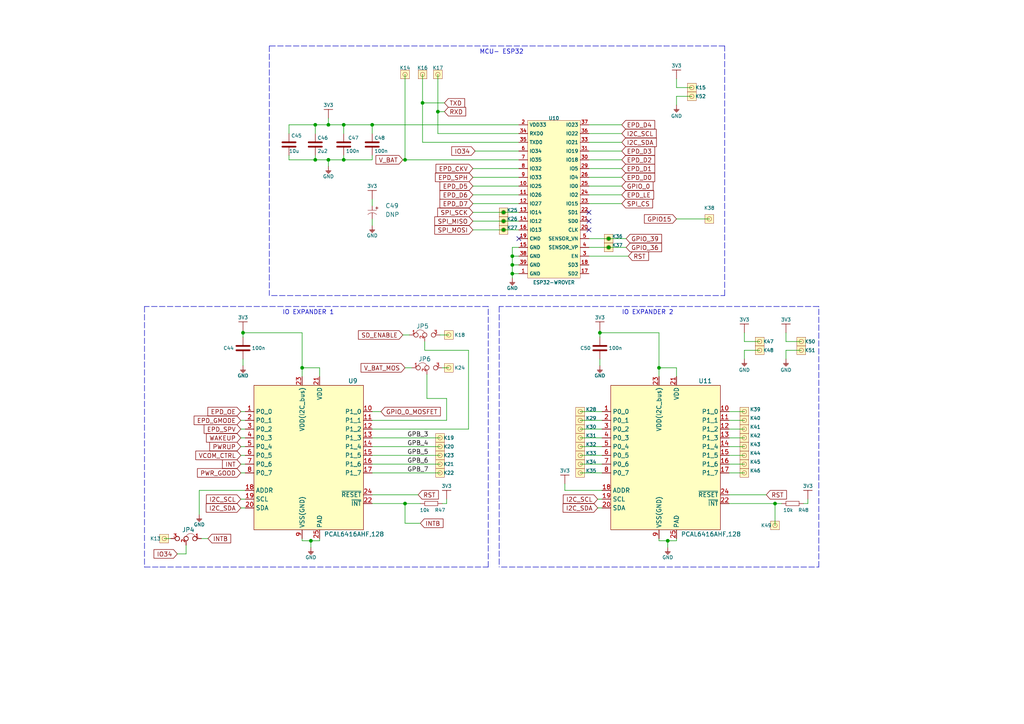
<source format=kicad_sch>
(kicad_sch (version 20211123) (generator eeschema)

  (uuid 477215d8-1932-4c97-b3da-bfd7aad61251)

  (paper "A4")

  (title_block
    (title "Soldered Inkplate 10")
    (date "2023-07-24")
    (rev "V1.3.1.")
    (company "SOLDERED")
    (comment 1 "333241")
  )

  (lib_symbols
    (symbol "e-radionica.com schematics:0603C" (pin_numbers hide) (pin_names (offset 0.002)) (in_bom yes) (on_board yes)
      (property "Reference" "C" (id 0) (at 0 3.81 0)
        (effects (font (size 1 1)))
      )
      (property "Value" "0603C" (id 1) (at 0 -3.175 0)
        (effects (font (size 1 1)))
      )
      (property "Footprint" "e-radionica.com footprinti:0603C" (id 2) (at 0.635 -4.445 0)
        (effects (font (size 1 1)) hide)
      )
      (property "Datasheet" "" (id 3) (at 0 0 0)
        (effects (font (size 1 1)) hide)
      )
      (symbol "0603C_0_1"
        (polyline
          (pts
            (xy -0.635 1.905)
            (xy -0.635 -1.905)
          )
          (stroke (width 0.5) (type default) (color 0 0 0 0))
          (fill (type none))
        )
        (polyline
          (pts
            (xy 0.635 1.905)
            (xy 0.635 -1.905)
          )
          (stroke (width 0.5) (type default) (color 0 0 0 0))
          (fill (type none))
        )
      )
      (symbol "0603C_1_1"
        (pin passive line (at -3.175 0 0) (length 2.54)
          (name "~" (effects (font (size 1.27 1.27))))
          (number "1" (effects (font (size 1.27 1.27))))
        )
        (pin passive line (at 3.175 0 180) (length 2.54)
          (name "~" (effects (font (size 1.27 1.27))))
          (number "2" (effects (font (size 1.27 1.27))))
        )
      )
    )
    (symbol "e-radionica.com schematics:0603R" (pin_numbers hide) (pin_names (offset 0.254)) (in_bom yes) (on_board yes)
      (property "Reference" "R" (id 0) (at 0 1.27 0)
        (effects (font (size 1 1)))
      )
      (property "Value" "0603R" (id 1) (at 0 -1.905 0)
        (effects (font (size 1 1)))
      )
      (property "Footprint" "e-radionica.com footprinti:0603R" (id 2) (at 0 -3.81 0)
        (effects (font (size 1 1)) hide)
      )
      (property "Datasheet" "" (id 3) (at -0.635 1.905 0)
        (effects (font (size 1 1)) hide)
      )
      (symbol "0603R_0_1"
        (rectangle (start -1.905 -0.635) (end 1.905 -0.6604)
          (stroke (width 0.1) (type default) (color 0 0 0 0))
          (fill (type none))
        )
        (rectangle (start -1.905 0.635) (end -1.8796 -0.635)
          (stroke (width 0.1) (type default) (color 0 0 0 0))
          (fill (type none))
        )
        (rectangle (start -1.905 0.635) (end 1.905 0.6096)
          (stroke (width 0.1) (type default) (color 0 0 0 0))
          (fill (type none))
        )
        (rectangle (start 1.905 0.635) (end 1.9304 -0.635)
          (stroke (width 0.1) (type default) (color 0 0 0 0))
          (fill (type none))
        )
      )
      (symbol "0603R_1_1"
        (pin passive line (at -3.175 0 0) (length 1.27)
          (name "~" (effects (font (size 1.27 1.27))))
          (number "1" (effects (font (size 1.27 1.27))))
        )
        (pin passive line (at 3.175 0 180) (length 1.27)
          (name "~" (effects (font (size 1.27 1.27))))
          (number "2" (effects (font (size 1.27 1.27))))
        )
      )
    )
    (symbol "e-radionica.com schematics:1206C" (pin_numbers hide) (in_bom yes) (on_board yes)
      (property "Reference" "C" (id 0) (at 0 3.81 0)
        (effects (font (size 1 1)))
      )
      (property "Value" "1206C" (id 1) (at 0 -3.175 0)
        (effects (font (size 1 1)))
      )
      (property "Footprint" "e-radionica.com footprinti:1206C" (id 2) (at 0 -5.08 0)
        (effects (font (size 1 1)) hide)
      )
      (property "Datasheet" "" (id 3) (at 0 0 0)
        (effects (font (size 1 1)) hide)
      )
      (symbol "1206C_0_1"
        (polyline
          (pts
            (xy -0.635 1.905)
            (xy -0.635 -1.905)
          )
          (stroke (width 0.5) (type default) (color 0 0 0 0))
          (fill (type none))
        )
        (polyline
          (pts
            (xy 0.635 1.905)
            (xy 0.635 -1.905)
          )
          (stroke (width 0.5) (type default) (color 0 0 0 0))
          (fill (type none))
        )
      )
      (symbol "1206C_1_1"
        (pin passive line (at -3.175 0 0) (length 2.54)
          (name "~" (effects (font (size 1.27 1.27))))
          (number "1" (effects (font (size 1.27 1.27))))
        )
        (pin passive line (at 3.175 0 180) (length 2.54)
          (name "~" (effects (font (size 1.27 1.27))))
          (number "2" (effects (font (size 1.27 1.27))))
        )
      )
    )
    (symbol "e-radionica.com schematics:2917C" (pin_numbers hide) (pin_names hide) (in_bom yes) (on_board yes)
      (property "Reference" "C?" (id 0) (at 0 0 0)
        (effects (font (size 1.27 1.27)))
      )
      (property "Value" "2917C" (id 1) (at 0 0 0)
        (effects (font (size 1.27 1.27)))
      )
      (property "Footprint" "e-radionica.com footprinti:2917C" (id 2) (at 0 0 0)
        (effects (font (size 1.27 1.27)) hide)
      )
      (property "Datasheet" "" (id 3) (at 0 0 0)
        (effects (font (size 1.27 1.27)) hide)
      )
      (property "ki_description" "TANTAL CAP" (id 4) (at 0 0 0)
        (effects (font (size 1.27 1.27)) hide)
      )
      (symbol "2917C_0_0"
        (text "+" (at -0.635 -1.27 0)
          (effects (font (size 1 1)))
        )
      )
      (symbol "2917C_0_1"
        (polyline
          (pts
            (xy 0 -3.81)
            (xy 0 -1.27)
          )
          (stroke (width 0.1) (type default) (color 0 0 0 0))
          (fill (type none))
        )
        (arc (start 1.2699 -1.27) (mid 0.7439 -2.54) (end 1.2699 -3.81)
          (stroke (width 0.1) (type default) (color 0 0 0 0))
          (fill (type none))
        )
      )
      (symbol "2917C_1_1"
        (pin input line (at -1.27 -2.54 0) (length 1.27)
          (name "+" (effects (font (size 1.27 1.27))))
          (number "1" (effects (font (size 1.27 1.27))))
        )
        (pin input line (at 2.54 -2.54 180) (length 1.8)
          (name "-" (effects (font (size 1.27 1.27))))
          (number "2" (effects (font (size 1.27 1.27))))
        )
      )
    )
    (symbol "e-radionica.com schematics:3V3" (power) (pin_names (offset 0)) (in_bom yes) (on_board yes)
      (property "Reference" "#PWR" (id 0) (at 4.445 0 0)
        (effects (font (size 1 1)) hide)
      )
      (property "Value" "3V3" (id 1) (at 0 3.556 0)
        (effects (font (size 1 1)))
      )
      (property "Footprint" "" (id 2) (at 4.445 3.81 0)
        (effects (font (size 1 1)) hide)
      )
      (property "Datasheet" "" (id 3) (at 4.445 3.81 0)
        (effects (font (size 1 1)) hide)
      )
      (property "ki_keywords" "power-flag" (id 4) (at 0 0 0)
        (effects (font (size 1.27 1.27)) hide)
      )
      (property "ki_description" "Power symbol creates a global label with name \"3V3\"" (id 5) (at 0 0 0)
        (effects (font (size 1.27 1.27)) hide)
      )
      (symbol "3V3_0_1"
        (polyline
          (pts
            (xy -1.27 2.54)
            (xy 1.27 2.54)
          )
          (stroke (width 0.16) (type default) (color 0 0 0 0))
          (fill (type none))
        )
        (polyline
          (pts
            (xy 0 0)
            (xy 0 2.54)
          )
          (stroke (width 0) (type default) (color 0 0 0 0))
          (fill (type none))
        )
      )
      (symbol "3V3_1_1"
        (pin power_in line (at 0 0 90) (length 0) hide
          (name "3V3" (effects (font (size 1.27 1.27))))
          (number "1" (effects (font (size 1.27 1.27))))
        )
      )
    )
    (symbol "e-radionica.com schematics:ESP32-WROVER" (in_bom yes) (on_board yes)
      (property "Reference" "U" (id 0) (at -6.35 25.4 0)
        (effects (font (size 1 1)))
      )
      (property "Value" "ESP32-WROVER" (id 1) (at 0 -22.86 0)
        (effects (font (size 1 1)))
      )
      (property "Footprint" "e-radionica.com footprinti:ESP32-WROVER" (id 2) (at 0 -24.13 0)
        (effects (font (size 1 1)) hide)
      )
      (property "Datasheet" "" (id 3) (at 0 0 0)
        (effects (font (size 1 1)) hide)
      )
      (symbol "ESP32-WROVER_0_1"
        (rectangle (start -7.62 24.13) (end 7.62 -21.59)
          (stroke (width 0.001) (type default) (color 0 0 0 0))
          (fill (type background))
        )
      )
      (symbol "ESP32-WROVER_1_1"
        (pin power_in line (at -10.16 -20.32 0) (length 2.54)
          (name "GND" (effects (font (size 1 1))))
          (number "1" (effects (font (size 1 1))))
        )
        (pin bidirectional line (at -10.16 5.08 0) (length 2.54)
          (name "IO25" (effects (font (size 1 1))))
          (number "10" (effects (font (size 1 1))))
        )
        (pin bidirectional line (at -10.16 2.54 0) (length 2.54)
          (name "IO26" (effects (font (size 1 1))))
          (number "11" (effects (font (size 1 1))))
        )
        (pin bidirectional line (at -10.16 0 0) (length 2.54)
          (name "IO27" (effects (font (size 1 1))))
          (number "12" (effects (font (size 1 1))))
        )
        (pin bidirectional line (at -10.16 -2.54 0) (length 2.54)
          (name "IO14" (effects (font (size 1 1))))
          (number "13" (effects (font (size 1 1))))
        )
        (pin bidirectional line (at -10.16 -5.08 0) (length 2.54)
          (name "IO12" (effects (font (size 1 1))))
          (number "14" (effects (font (size 1 1))))
        )
        (pin power_in line (at -10.16 -12.7 0) (length 2.54)
          (name "GND" (effects (font (size 1 1))))
          (number "15" (effects (font (size 1 1))))
        )
        (pin bidirectional line (at -10.16 -7.62 0) (length 2.54)
          (name "IO13" (effects (font (size 1 1))))
          (number "16" (effects (font (size 1 1))))
        )
        (pin bidirectional line (at 10.16 -20.32 180) (length 2.54)
          (name "SD2" (effects (font (size 1 1))))
          (number "17" (effects (font (size 1 1))))
        )
        (pin bidirectional line (at 10.16 -17.78 180) (length 2.54)
          (name "SD3" (effects (font (size 1 1))))
          (number "18" (effects (font (size 1 1))))
        )
        (pin bidirectional line (at -10.16 -10.16 0) (length 2.54)
          (name "CMD" (effects (font (size 1 1))))
          (number "19" (effects (font (size 1 1))))
        )
        (pin power_in line (at -10.16 22.86 0) (length 2.54)
          (name "VDD33" (effects (font (size 1 1))))
          (number "2" (effects (font (size 1 1))))
        )
        (pin bidirectional line (at 10.16 -7.62 180) (length 2.54)
          (name "CLK" (effects (font (size 1 1))))
          (number "20" (effects (font (size 1 1))))
        )
        (pin bidirectional line (at 10.16 -5.08 180) (length 2.54)
          (name "SD0" (effects (font (size 1 1))))
          (number "21" (effects (font (size 1 1))))
        )
        (pin bidirectional line (at 10.16 -2.54 180) (length 2.54)
          (name "SD1" (effects (font (size 1 1))))
          (number "22" (effects (font (size 1 1))))
        )
        (pin bidirectional line (at 10.16 0 180) (length 2.54)
          (name "IO15" (effects (font (size 1 1))))
          (number "23" (effects (font (size 1 1))))
        )
        (pin bidirectional line (at 10.16 2.54 180) (length 2.54)
          (name "IO2" (effects (font (size 1 1))))
          (number "24" (effects (font (size 1 1))))
        )
        (pin bidirectional line (at 10.16 5.08 180) (length 2.54)
          (name "IO0" (effects (font (size 1 1))))
          (number "25" (effects (font (size 1 1))))
        )
        (pin bidirectional line (at 10.16 7.62 180) (length 2.54)
          (name "IO4" (effects (font (size 1 1))))
          (number "26" (effects (font (size 1 1))))
        )
        (pin bidirectional line (at 10.16 10.16 180) (length 2.54)
          (name "IO5" (effects (font (size 1 1))))
          (number "29" (effects (font (size 1 1))))
        )
        (pin bidirectional line (at 10.16 -15.24 180) (length 2.54)
          (name "EN" (effects (font (size 1 1))))
          (number "3" (effects (font (size 1 1))))
        )
        (pin bidirectional line (at 10.16 12.7 180) (length 2.54)
          (name "IO18" (effects (font (size 1 1))))
          (number "30" (effects (font (size 1 1))))
        )
        (pin bidirectional line (at 10.16 15.24 180) (length 2.54)
          (name "IO19" (effects (font (size 1 1))))
          (number "31" (effects (font (size 1 1))))
        )
        (pin bidirectional line (at 10.16 17.78 180) (length 2.54)
          (name "IO21" (effects (font (size 1 1))))
          (number "33" (effects (font (size 1 1))))
        )
        (pin bidirectional line (at -10.16 20.32 0) (length 2.54)
          (name "RXD0" (effects (font (size 1 1))))
          (number "34" (effects (font (size 1 1))))
        )
        (pin bidirectional line (at -10.16 17.78 0) (length 2.54)
          (name "TXD0" (effects (font (size 1 1))))
          (number "35" (effects (font (size 1 1))))
        )
        (pin bidirectional line (at 10.16 20.32 180) (length 2.54)
          (name "IO22" (effects (font (size 1 1))))
          (number "36" (effects (font (size 1 1))))
        )
        (pin bidirectional line (at 10.16 22.86 180) (length 2.54)
          (name "IO23" (effects (font (size 1 1))))
          (number "37" (effects (font (size 1 1))))
        )
        (pin power_in line (at -10.16 -15.24 0) (length 2.54)
          (name "GND" (effects (font (size 1 1))))
          (number "38" (effects (font (size 1 1))))
        )
        (pin power_in line (at -10.16 -17.78 0) (length 2.54)
          (name "GND" (effects (font (size 1 1))))
          (number "39" (effects (font (size 1 1))))
        )
        (pin bidirectional line (at 10.16 -12.7 180) (length 2.54)
          (name "SENSOR_VP" (effects (font (size 1 1))))
          (number "4" (effects (font (size 1 1))))
        )
        (pin bidirectional line (at 10.16 -10.16 180) (length 2.54)
          (name "SENSOR_VN" (effects (font (size 1 1))))
          (number "5" (effects (font (size 1 1))))
        )
        (pin bidirectional line (at -10.16 15.24 0) (length 2.54)
          (name "IO34" (effects (font (size 1 1))))
          (number "6" (effects (font (size 1 1))))
        )
        (pin bidirectional line (at -10.16 12.7 0) (length 2.54)
          (name "IO35" (effects (font (size 1 1))))
          (number "7" (effects (font (size 1 1))))
        )
        (pin bidirectional line (at -10.16 10.16 0) (length 2.54)
          (name "IO32" (effects (font (size 1 1))))
          (number "8" (effects (font (size 1 1))))
        )
        (pin bidirectional line (at -10.16 7.62 0) (length 2.54)
          (name "IO33" (effects (font (size 1 1))))
          (number "9" (effects (font (size 1 1))))
        )
      )
    )
    (symbol "e-radionica.com schematics:GND" (power) (pin_names (offset 0)) (in_bom yes) (on_board yes)
      (property "Reference" "#PWR" (id 0) (at 4.445 0 0)
        (effects (font (size 1 1)) hide)
      )
      (property "Value" "GND" (id 1) (at 0 -2.921 0)
        (effects (font (size 1 1)))
      )
      (property "Footprint" "" (id 2) (at 4.445 3.81 0)
        (effects (font (size 1 1)) hide)
      )
      (property "Datasheet" "" (id 3) (at 4.445 3.81 0)
        (effects (font (size 1 1)) hide)
      )
      (property "ki_keywords" "power-flag" (id 4) (at 0 0 0)
        (effects (font (size 1.27 1.27)) hide)
      )
      (property "ki_description" "Power symbol creates a global label with name \"GND\"" (id 5) (at 0 0 0)
        (effects (font (size 1.27 1.27)) hide)
      )
      (symbol "GND_0_1"
        (polyline
          (pts
            (xy -0.762 -1.27)
            (xy 0.762 -1.27)
          )
          (stroke (width 0.16) (type default) (color 0 0 0 0))
          (fill (type none))
        )
        (polyline
          (pts
            (xy -0.635 -1.524)
            (xy 0.635 -1.524)
          )
          (stroke (width 0.16) (type default) (color 0 0 0 0))
          (fill (type none))
        )
        (polyline
          (pts
            (xy -0.381 -1.778)
            (xy 0.381 -1.778)
          )
          (stroke (width 0.16) (type default) (color 0 0 0 0))
          (fill (type none))
        )
        (polyline
          (pts
            (xy -0.127 -2.032)
            (xy 0.127 -2.032)
          )
          (stroke (width 0.16) (type default) (color 0 0 0 0))
          (fill (type none))
        )
        (polyline
          (pts
            (xy 0 0)
            (xy 0 -1.27)
          )
          (stroke (width 0.16) (type default) (color 0 0 0 0))
          (fill (type none))
        )
      )
      (symbol "GND_1_1"
        (pin power_in line (at 0 0 270) (length 0) hide
          (name "GND" (effects (font (size 1.27 1.27))))
          (number "1" (effects (font (size 1.27 1.27))))
        )
      )
    )
    (symbol "e-radionica.com schematics:HEADER_MALE_1X1_Inkplate" (pin_numbers hide) (pin_names hide) (in_bom yes) (on_board yes)
      (property "Reference" "K" (id 0) (at 0 2.54 0)
        (effects (font (size 1 1)))
      )
      (property "Value" "HEADER_MALE_1X1_Inkplate" (id 1) (at 0 -2.54 0)
        (effects (font (size 1 1)))
      )
      (property "Footprint" "e-radionica.com footprinti:HEADER_MALE_1X1_Inkplate" (id 2) (at 0 -5.08 0)
        (effects (font (size 1 1)) hide)
      )
      (property "Datasheet" "" (id 3) (at 0 0 0)
        (effects (font (size 1 1)) hide)
      )
      (symbol "HEADER_MALE_1X1_Inkplate_0_1"
        (rectangle (start -1.27 1.27) (end 1.27 -1.27)
          (stroke (width 0.001) (type default) (color 0 0 0 0))
          (fill (type background))
        )
        (circle (center 0 0) (radius 0.635)
          (stroke (width 0.0006) (type default) (color 0 0 0 0))
          (fill (type none))
        )
      )
      (symbol "HEADER_MALE_1X1_Inkplate_1_1"
        (pin passive line (at 0 0 180) (length 0)
          (name "~" (effects (font (size 1 1))))
          (number "1" (effects (font (size 1 1))))
        )
      )
    )
    (symbol "e-radionica.com schematics:PCAL6416AHF,128" (in_bom yes) (on_board yes)
      (property "Reference" "U" (id 0) (at 1.27 -5.08 0)
        (effects (font (size 1.27 1.27)))
      )
      (property "Value" "PCAL6416AHF,128" (id 1) (at 1.27 0 0)
        (effects (font (size 1.27 1.27)))
      )
      (property "Footprint" "e-radionica.com footprinti:PCAL6416AHF,128" (id 2) (at 0 31.75 0)
        (effects (font (size 1.27 1.27)) hide)
      )
      (property "Datasheet" "" (id 3) (at -15.24 11.43 0)
        (effects (font (size 1.27 1.27)) hide)
      )
      (symbol "PCAL6416AHF,128_0_0"
        (rectangle (start -15.24 20.32) (end 16.51 -21.59)
          (stroke (width 0) (type default) (color 0 0 0 0))
          (fill (type background))
        )
        (pin passive line (at 3.81 -24.13 90) (length 2.54)
          (name "PAD" (effects (font (size 1.27 1.27))))
          (number "25" (effects (font (size 1.27 1.27))))
        )
      )
      (symbol "PCAL6416AHF,128_1_1"
        (pin passive line (at -17.78 12.7 0) (length 2.54)
          (name "P0_0" (effects (font (size 1.27 1.27))))
          (number "1" (effects (font (size 1.27 1.27))))
        )
        (pin passive line (at 19.05 12.7 180) (length 2.54)
          (name "P1_0" (effects (font (size 1.27 1.27))))
          (number "10" (effects (font (size 1.27 1.27))))
        )
        (pin passive line (at 19.05 10.16 180) (length 2.54)
          (name "P1_1" (effects (font (size 1.27 1.27))))
          (number "11" (effects (font (size 1.27 1.27))))
        )
        (pin passive line (at 19.05 7.62 180) (length 2.54)
          (name "P1_2" (effects (font (size 1.27 1.27))))
          (number "12" (effects (font (size 1.27 1.27))))
        )
        (pin passive line (at 19.05 5.08 180) (length 2.54)
          (name "P1_3" (effects (font (size 1.27 1.27))))
          (number "13" (effects (font (size 1.27 1.27))))
        )
        (pin passive line (at 19.05 2.54 180) (length 2.54)
          (name "P1_4" (effects (font (size 1.27 1.27))))
          (number "14" (effects (font (size 1.27 1.27))))
        )
        (pin passive line (at 19.05 0 180) (length 2.54)
          (name "P1_5" (effects (font (size 1.27 1.27))))
          (number "15" (effects (font (size 1.27 1.27))))
        )
        (pin passive line (at 19.05 -2.54 180) (length 2.54)
          (name "P1_6" (effects (font (size 1.27 1.27))))
          (number "16" (effects (font (size 1.27 1.27))))
        )
        (pin passive line (at 19.05 -5.08 180) (length 2.54)
          (name "P1_7" (effects (font (size 1.27 1.27))))
          (number "17" (effects (font (size 1.27 1.27))))
        )
        (pin passive line (at -17.78 -10.16 0) (length 2.54)
          (name "ADDR" (effects (font (size 1.27 1.27))))
          (number "18" (effects (font (size 1.27 1.27))))
        )
        (pin passive line (at -17.78 -12.7 0) (length 2.54)
          (name "SCL" (effects (font (size 1.27 1.27))))
          (number "19" (effects (font (size 1.27 1.27))))
        )
        (pin passive line (at -17.78 10.16 0) (length 2.54)
          (name "P0_1" (effects (font (size 1.27 1.27))))
          (number "2" (effects (font (size 1.27 1.27))))
        )
        (pin passive line (at -17.78 -15.24 0) (length 2.54)
          (name "SDA" (effects (font (size 1.27 1.27))))
          (number "20" (effects (font (size 1.27 1.27))))
        )
        (pin passive line (at 3.81 22.86 270) (length 2.54)
          (name "VDD" (effects (font (size 1.27 1.27))))
          (number "21" (effects (font (size 1.27 1.27))))
        )
        (pin passive line (at 19.05 -13.97 180) (length 2.54)
          (name "~{INT}" (effects (font (size 1.27 1.27))))
          (number "22" (effects (font (size 1.27 1.27))))
        )
        (pin passive line (at -1.27 22.86 270) (length 2.54)
          (name "VDD(I2C_bus)" (effects (font (size 1.27 1.27))))
          (number "23" (effects (font (size 1.27 1.27))))
        )
        (pin passive line (at 19.05 -11.43 180) (length 2.54)
          (name "~{RESET}" (effects (font (size 1.27 1.27))))
          (number "24" (effects (font (size 1.27 1.27))))
        )
        (pin passive line (at -17.78 7.62 0) (length 2.54)
          (name "P0_2" (effects (font (size 1.27 1.27))))
          (number "3" (effects (font (size 1.27 1.27))))
        )
        (pin passive line (at -17.78 5.08 0) (length 2.54)
          (name "P0_3" (effects (font (size 1.27 1.27))))
          (number "4" (effects (font (size 1.27 1.27))))
        )
        (pin passive line (at -17.78 2.54 0) (length 2.54)
          (name "P0_4" (effects (font (size 1.27 1.27))))
          (number "5" (effects (font (size 1.27 1.27))))
        )
        (pin passive line (at -17.78 0 0) (length 2.54)
          (name "P0_5" (effects (font (size 1.27 1.27))))
          (number "6" (effects (font (size 1.27 1.27))))
        )
        (pin passive line (at -17.78 -2.54 0) (length 2.54)
          (name "P0_6" (effects (font (size 1.27 1.27))))
          (number "7" (effects (font (size 1.27 1.27))))
        )
        (pin passive line (at -17.78 -5.08 0) (length 2.54)
          (name "P0_7" (effects (font (size 1.27 1.27))))
          (number "8" (effects (font (size 1.27 1.27))))
        )
        (pin passive line (at -1.27 -24.13 90) (length 2.54)
          (name "VSS(GND)" (effects (font (size 1.27 1.27))))
          (number "9" (effects (font (size 1.27 1.27))))
        )
      )
    )
    (symbol "e-radionica.com schematics:SMD_JUMPER_3_PAD_CONNECTED_LEFT_TRACE" (in_bom yes) (on_board yes)
      (property "Reference" "JP" (id 0) (at 0 3.81 0)
        (effects (font (size 1.27 1.27)))
      )
      (property "Value" "SMD_JUMPER_3_PAD_CONNECTED_LEFT_TRACE" (id 1) (at -1.27 -7.62 0)
        (effects (font (size 1.27 1.27)) hide)
      )
      (property "Footprint" "e-radionica.com footprinti:SMD_JUMPER_3_PAD_CONNECTED_LEFT_TRACE" (id 2) (at 2.54 -12.7 0)
        (effects (font (size 1.27 1.27)) hide)
      )
      (property "Datasheet" "" (id 3) (at 0 0 0)
        (effects (font (size 1.27 1.27)) hide)
      )
      (symbol "SMD_JUMPER_3_PAD_CONNECTED_LEFT_TRACE_0_1"
        (arc (start -0.635 0.5842) (mid -1.9346 1.472) (end -3.2512 0.6096)
          (stroke (width 0.1) (type default) (color 0 0 0 0))
          (fill (type none))
        )
      )
      (symbol "SMD_JUMPER_3_PAD_CONNECTED_LEFT_TRACE_1_1"
        (pin passive inverted (at -5.08 0 0) (length 2.54)
          (name "" (effects (font (size 1 1))))
          (number "1" (effects (font (size 1 1))))
        )
        (pin passive inverted (at -0.635 -1.905 90) (length 2.54)
          (name "" (effects (font (size 1 1))))
          (number "2" (effects (font (size 1 1))))
        )
        (pin passive inverted (at 3.81 0 180) (length 2.54)
          (name "" (effects (font (size 1 1))))
          (number "3" (effects (font (size 1 1))))
        )
      )
    )
  )

  (junction (at 193.675 156.845) (diameter 0) (color 0 0 0 0)
    (uuid 006aca9c-c6e9-4b70-beca-38d058030d8b)
  )
  (junction (at 146.05 61.595) (diameter 0) (color 0 0 0 0)
    (uuid 01092201-2b20-4b88-b95f-e53b1ab0eb6f)
  )
  (junction (at 224.79 146.05) (diameter 0) (color 0 0 0 0)
    (uuid 040ee398-4d69-4888-912d-6968a4a08918)
  )
  (junction (at 117.475 46.355) (diameter 0) (color 0 0 0 0)
    (uuid 0bec5d09-d307-4079-8a48-b19d4f522faf)
  )
  (junction (at 122.555 29.845) (diameter 0) (color 0 0 0 0)
    (uuid 0c9636de-fb98-49fb-a3a6-c970fe7de41f)
  )
  (junction (at 99.695 46.355) (diameter 0) (color 0 0 0 0)
    (uuid 1d1a34ff-b9c6-4545-934a-13ea0d4e81b9)
  )
  (junction (at 95.25 36.195) (diameter 0) (color 0 0 0 0)
    (uuid 22c1da67-801e-439b-8057-c5aa2edf6988)
  )
  (junction (at 91.44 36.195) (diameter 0) (color 0 0 0 0)
    (uuid 23ecbadd-a4ae-4538-99b9-0a0a129fcb79)
  )
  (junction (at 91.44 46.355) (diameter 0) (color 0 0 0 0)
    (uuid 259ed887-5218-4831-8e1c-c3aa3207be63)
  )
  (junction (at 176.53 69.215) (diameter 0) (color 0 0 0 0)
    (uuid 2c3c59db-a84f-4d07-9cb2-74862db7d2e5)
  )
  (junction (at 90.17 156.845) (diameter 0) (color 0 0 0 0)
    (uuid 2e2bbec1-fbea-4a72-b758-145ef84750ac)
  )
  (junction (at 117.475 146.05) (diameter 0) (color 0 0 0 0)
    (uuid 33be55d4-3ea9-48d1-8a09-f2e9e0678d0c)
  )
  (junction (at 191.135 106.68) (diameter 0) (color 0 0 0 0)
    (uuid 387b8940-a94b-4005-b4a5-afa31706674c)
  )
  (junction (at 173.99 96.52) (diameter 0) (color 0 0 0 0)
    (uuid 4bb95b0c-894d-42dd-a0d2-3106fec4ba6d)
  )
  (junction (at 99.695 36.195) (diameter 0) (color 0 0 0 0)
    (uuid 4ef61c9b-f13d-4024-a05d-ce07baebadf3)
  )
  (junction (at 146.05 66.675) (diameter 0) (color 0 0 0 0)
    (uuid 5629aad1-046f-4e6c-93c3-c352cc6f6dbc)
  )
  (junction (at 148.59 76.835) (diameter 0) (color 0 0 0 0)
    (uuid 5f3f8d6a-342a-4170-bc48-db54367c6ef5)
  )
  (junction (at 107.95 36.195) (diameter 0) (color 0 0 0 0)
    (uuid 61bea3b2-09ab-4786-bf78-34653741f1aa)
  )
  (junction (at 146.05 64.135) (diameter 0) (color 0 0 0 0)
    (uuid 84ade085-f9c1-4587-89b1-dc4353b93d69)
  )
  (junction (at 70.485 96.52) (diameter 0) (color 0 0 0 0)
    (uuid 8d0f5e3f-5014-4dc3-9fa2-e64ee1e5e8e6)
  )
  (junction (at 148.59 74.295) (diameter 0) (color 0 0 0 0)
    (uuid a35080b1-db96-4741-ad3a-8d569afabcbc)
  )
  (junction (at 148.59 79.375) (diameter 0) (color 0 0 0 0)
    (uuid af73b5f1-d43a-49e3-99fc-38dbfb26ee1b)
  )
  (junction (at 95.25 46.355) (diameter 0) (color 0 0 0 0)
    (uuid b052863e-0852-477b-91ee-ab6a5d66396d)
  )
  (junction (at 87.63 106.68) (diameter 0) (color 0 0 0 0)
    (uuid c75adc72-fdb4-4acb-9e27-57a1e081fed7)
  )
  (junction (at 127 32.385) (diameter 0) (color 0 0 0 0)
    (uuid e243c1d9-481d-4d17-b8b0-4b26c4af4a8c)
  )
  (junction (at 176.53 71.755) (diameter 0) (color 0 0 0 0)
    (uuid e8b946e7-2641-4648-9c93-0760aadc5367)
  )

  (no_connect (at 170.815 66.675) (uuid 554c9a5d-ab1e-4a17-9fd4-5692dfde4be4))
  (no_connect (at 150.495 69.215) (uuid 60503e8d-b7ce-468f-8ace-a4547a7a78cd))
  (no_connect (at 170.815 61.595) (uuid a2e8211a-23c8-45e7-aaeb-16b66006bafa))
  (no_connect (at 170.815 64.135) (uuid ea6a85de-2b4b-4c15-ba41-aedfa2feb09d))

  (wire (pts (xy 170.815 41.275) (xy 180.34 41.275))
    (stroke (width 0) (type default) (color 0 0 0 0))
    (uuid 011c3f53-880a-42ff-96cc-fb35757f8a70)
  )
  (wire (pts (xy 123.825 115.57) (xy 129.54 115.57))
    (stroke (width 0) (type default) (color 0 0 0 0))
    (uuid 02b235ae-7b8c-4d38-8354-302be268f968)
  )
  (wire (pts (xy 69.85 124.46) (xy 71.12 124.46))
    (stroke (width 0) (type default) (color 0 0 0 0))
    (uuid 0479bdab-8adf-42c3-9eaf-3e2cfccf7f66)
  )
  (wire (pts (xy 137.16 59.055) (xy 150.495 59.055))
    (stroke (width 0) (type default) (color 0 0 0 0))
    (uuid 05d427b6-6a29-4970-ba4f-c890c341746c)
  )
  (wire (pts (xy 70.485 96.52) (xy 87.63 96.52))
    (stroke (width 0) (type default) (color 0 0 0 0))
    (uuid 061d1f9b-3eda-4430-bec9-9276cc1ac34c)
  )
  (wire (pts (xy 170.815 38.735) (xy 180.34 38.735))
    (stroke (width 0) (type default) (color 0 0 0 0))
    (uuid 07e1f01a-ed7f-41cb-b64c-3fe1ada26cfe)
  )
  (polyline (pts (xy 78.105 13.335) (xy 78.105 85.725))
    (stroke (width 0) (type default) (color 0 0 0 0))
    (uuid 09d26b58-575b-47ca-8a16-a6228e92da3e)
  )

  (wire (pts (xy 99.695 45.085) (xy 99.695 46.355))
    (stroke (width 0) (type default) (color 0 0 0 0))
    (uuid 0b4d584d-09f0-4f71-81c7-248c85b890c5)
  )
  (wire (pts (xy 170.815 74.295) (xy 182.245 74.295))
    (stroke (width 0) (type default) (color 0 0 0 0))
    (uuid 0efbb423-db8e-468a-8ebb-eeb72ab1ce90)
  )
  (wire (pts (xy 83.82 46.355) (xy 91.44 46.355))
    (stroke (width 0) (type default) (color 0 0 0 0))
    (uuid 0f0dd9ad-33da-4c91-b5e0-89cd80f20a3b)
  )
  (wire (pts (xy 117.475 151.765) (xy 117.475 146.05))
    (stroke (width 0) (type default) (color 0 0 0 0))
    (uuid 0f5214e6-383e-45d2-a3ce-b9e22f2ea631)
  )
  (wire (pts (xy 170.815 36.195) (xy 180.34 36.195))
    (stroke (width 0) (type default) (color 0 0 0 0))
    (uuid 12748bc8-75b7-4b1e-a7a8-4d1e4a0afd58)
  )
  (wire (pts (xy 107.95 134.62) (xy 127.635 134.62))
    (stroke (width 0) (type default) (color 0 0 0 0))
    (uuid 146fec83-c73b-42fd-947e-cefdfcf7a386)
  )
  (wire (pts (xy 117.475 21.59) (xy 117.475 46.355))
    (stroke (width 0) (type default) (color 0 0 0 0))
    (uuid 1484b70a-6d8d-4c21-a23a-99315b950b5d)
  )
  (wire (pts (xy 51.435 160.655) (xy 53.975 160.655))
    (stroke (width 0) (type default) (color 0 0 0 0))
    (uuid 15b30648-caf7-4a2f-a282-b7c263d7a96d)
  )
  (wire (pts (xy 211.455 129.54) (xy 215.9 129.54))
    (stroke (width 0) (type default) (color 0 0 0 0))
    (uuid 162daa24-7400-4676-be2e-bfe5442187ad)
  )
  (wire (pts (xy 170.815 48.895) (xy 180.34 48.895))
    (stroke (width 0) (type default) (color 0 0 0 0))
    (uuid 18a6fa85-677a-43b2-9edd-3ea19208d2e8)
  )
  (wire (pts (xy 117.475 146.05) (xy 121.92 146.05))
    (stroke (width 0) (type default) (color 0 0 0 0))
    (uuid 1b84f302-41e1-47e9-bf76-df0b91580beb)
  )
  (wire (pts (xy 87.63 109.22) (xy 87.63 106.68))
    (stroke (width 0) (type default) (color 0 0 0 0))
    (uuid 1e972afc-1fdf-4342-8902-d97d0518085e)
  )
  (wire (pts (xy 170.815 46.355) (xy 180.34 46.355))
    (stroke (width 0) (type default) (color 0 0 0 0))
    (uuid 1ec736c2-8c81-499a-8711-37b5fe163b3f)
  )
  (wire (pts (xy 91.44 46.355) (xy 95.25 46.355))
    (stroke (width 0) (type default) (color 0 0 0 0))
    (uuid 1ecd7b3b-8253-4423-9f95-442ebf33b80e)
  )
  (wire (pts (xy 227.965 99.06) (xy 232.41 99.06))
    (stroke (width 0) (type default) (color 0 0 0 0))
    (uuid 2035726c-7da5-4393-ad76-678e2f57fa36)
  )
  (wire (pts (xy 70.485 104.14) (xy 70.485 106.045))
    (stroke (width 0) (type default) (color 0 0 0 0))
    (uuid 21103766-e790-42de-8a73-499dc1459fbe)
  )
  (wire (pts (xy 137.16 48.895) (xy 150.495 48.895))
    (stroke (width 0) (type default) (color 0 0 0 0))
    (uuid 214568dd-270b-4f90-a72e-9396d2183157)
  )
  (wire (pts (xy 107.95 137.16) (xy 127.635 137.16))
    (stroke (width 0) (type default) (color 0 0 0 0))
    (uuid 21d69697-9166-4d33-adbd-35ba34b0ad2a)
  )
  (wire (pts (xy 148.59 79.375) (xy 148.59 80.645))
    (stroke (width 0) (type default) (color 0 0 0 0))
    (uuid 233c935d-91a5-4875-aec4-5f6c9091eec7)
  )
  (wire (pts (xy 91.44 36.195) (xy 83.82 36.195))
    (stroke (width 0) (type default) (color 0 0 0 0))
    (uuid 2374d3aa-8995-4d29-9cc6-c04d046dfd8b)
  )
  (wire (pts (xy 224.79 152.4) (xy 224.79 146.05))
    (stroke (width 0) (type default) (color 0 0 0 0))
    (uuid 2409d582-da6d-47ab-a959-fcd4175f64cc)
  )
  (wire (pts (xy 170.815 59.055) (xy 180.34 59.055))
    (stroke (width 0) (type default) (color 0 0 0 0))
    (uuid 262a7b84-14c1-4066-9842-3690346d0f54)
  )
  (wire (pts (xy 170.815 43.815) (xy 180.34 43.815))
    (stroke (width 0) (type default) (color 0 0 0 0))
    (uuid 28a52747-cef1-46fb-a810-75d0324f4543)
  )
  (wire (pts (xy 163.83 140.335) (xy 163.83 142.24))
    (stroke (width 0) (type default) (color 0 0 0 0))
    (uuid 28fad053-1702-400d-bef6-e3f30fa376ed)
  )
  (wire (pts (xy 123.825 108.585) (xy 123.825 115.57))
    (stroke (width 0) (type default) (color 0 0 0 0))
    (uuid 2a7bc70d-8587-41a8-8bb7-77cadf325b29)
  )
  (wire (pts (xy 227.965 104.14) (xy 227.965 101.6))
    (stroke (width 0) (type default) (color 0 0 0 0))
    (uuid 2f39447e-493d-4968-8852-b8800a708731)
  )
  (wire (pts (xy 121.92 151.765) (xy 117.475 151.765))
    (stroke (width 0) (type default) (color 0 0 0 0))
    (uuid 2f750cc5-83e1-4f5a-9264-e13223e023da)
  )
  (wire (pts (xy 107.95 36.195) (xy 107.95 38.735))
    (stroke (width 0) (type default) (color 0 0 0 0))
    (uuid 3007ba02-eebc-423f-bafb-a43ae1eea4be)
  )
  (wire (pts (xy 92.71 156.21) (xy 92.71 156.845))
    (stroke (width 0) (type default) (color 0 0 0 0))
    (uuid 30593536-9a5e-40b4-b73e-93811f8a8bf4)
  )
  (wire (pts (xy 173.355 147.32) (xy 174.625 147.32))
    (stroke (width 0) (type default) (color 0 0 0 0))
    (uuid 30d62a28-205c-45c1-9abd-b5f5ddfa7794)
  )
  (wire (pts (xy 168.275 127) (xy 174.625 127))
    (stroke (width 0) (type default) (color 0 0 0 0))
    (uuid 336fdc21-c3be-44af-a38d-eb88de226095)
  )
  (wire (pts (xy 215.9 101.6) (xy 220.345 101.6))
    (stroke (width 0) (type default) (color 0 0 0 0))
    (uuid 346dad65-89ac-458c-808f-085d1fd92b8a)
  )
  (wire (pts (xy 173.99 96.52) (xy 191.135 96.52))
    (stroke (width 0) (type default) (color 0 0 0 0))
    (uuid 3507cda7-0967-450f-a62d-4051ae8ebcc8)
  )
  (wire (pts (xy 95.25 34.29) (xy 95.25 36.195))
    (stroke (width 0) (type default) (color 0 0 0 0))
    (uuid 35563315-a3db-44ff-938a-60a0cfa97757)
  )
  (wire (pts (xy 127 21.59) (xy 127 32.385))
    (stroke (width 0) (type default) (color 0 0 0 0))
    (uuid 368fa16c-670f-48b0-803a-adda0a659b8a)
  )
  (wire (pts (xy 163.83 142.24) (xy 174.625 142.24))
    (stroke (width 0) (type default) (color 0 0 0 0))
    (uuid 38b5e9c0-1281-4659-8b13-fbf54a89e567)
  )
  (wire (pts (xy 148.59 79.375) (xy 150.495 79.375))
    (stroke (width 0) (type default) (color 0 0 0 0))
    (uuid 399ace0d-71f7-4f43-a9d4-4e812b5bd28a)
  )
  (wire (pts (xy 107.95 124.46) (xy 135.89 124.46))
    (stroke (width 0) (type default) (color 0 0 0 0))
    (uuid 3ae4cb2a-52da-424f-bc31-defcfe97640d)
  )
  (wire (pts (xy 191.135 156.845) (xy 193.675 156.845))
    (stroke (width 0) (type default) (color 0 0 0 0))
    (uuid 3b4097f0-5e26-47fc-9ecc-f0538f8098b9)
  )
  (polyline (pts (xy 237.49 164.465) (xy 237.49 88.9))
    (stroke (width 0) (type default) (color 0 0 0 0))
    (uuid 3e420466-8afb-45ea-a5a6-e98b268807b4)
  )

  (wire (pts (xy 211.455 143.51) (xy 222.25 143.51))
    (stroke (width 0) (type default) (color 0 0 0 0))
    (uuid 3f0c0d4c-8aaa-4f47-854f-83d1ba3b360a)
  )
  (wire (pts (xy 69.85 119.38) (xy 71.12 119.38))
    (stroke (width 0) (type default) (color 0 0 0 0))
    (uuid 3fee8909-d208-4af1-b7a3-1147453adffd)
  )
  (wire (pts (xy 70.485 95.885) (xy 70.485 96.52))
    (stroke (width 0) (type default) (color 0 0 0 0))
    (uuid 3ffc504c-45d4-4e8c-b4e9-6a65a4d2b850)
  )
  (polyline (pts (xy 210.185 85.725) (xy 210.185 13.335))
    (stroke (width 0) (type default) (color 0 0 0 0))
    (uuid 404c696c-1096-42cd-bd74-a374bfc6c823)
  )

  (wire (pts (xy 148.59 76.835) (xy 150.495 76.835))
    (stroke (width 0) (type default) (color 0 0 0 0))
    (uuid 482b2125-d9f7-4589-8f61-4012f5c9ca3a)
  )
  (wire (pts (xy 117.475 46.355) (xy 150.495 46.355))
    (stroke (width 0) (type default) (color 0 0 0 0))
    (uuid 4967a17f-7bf3-46f6-ba15-fc6471be837e)
  )
  (wire (pts (xy 107.95 119.38) (xy 110.49 119.38))
    (stroke (width 0) (type default) (color 0 0 0 0))
    (uuid 49696712-9614-4968-967d-5ecd606b9658)
  )
  (wire (pts (xy 107.95 63.5) (xy 107.95 65.405))
    (stroke (width 0) (type default) (color 0 0 0 0))
    (uuid 4cc8b8ff-7e09-44b5-806a-b8499501708d)
  )
  (wire (pts (xy 215.9 99.06) (xy 220.345 99.06))
    (stroke (width 0) (type default) (color 0 0 0 0))
    (uuid 4d26e8e6-bb71-4338-9e7d-911d66d47c7a)
  )
  (wire (pts (xy 191.135 106.68) (xy 191.135 96.52))
    (stroke (width 0) (type default) (color 0 0 0 0))
    (uuid 4dbe434e-e85f-4f2d-95f1-84a8ae42dd83)
  )
  (wire (pts (xy 69.85 129.54) (xy 71.12 129.54))
    (stroke (width 0) (type default) (color 0 0 0 0))
    (uuid 4fb5970a-58b2-4de3-88eb-6543855d03e1)
  )
  (wire (pts (xy 83.82 36.195) (xy 83.82 38.735))
    (stroke (width 0) (type default) (color 0 0 0 0))
    (uuid 51a2c9e7-67da-4e7d-abce-82f30c2ee215)
  )
  (wire (pts (xy 168.275 134.62) (xy 174.625 134.62))
    (stroke (width 0) (type default) (color 0 0 0 0))
    (uuid 5230ad14-aa43-4154-8247-3359a83ccf3b)
  )
  (wire (pts (xy 196.215 109.22) (xy 196.215 106.68))
    (stroke (width 0) (type default) (color 0 0 0 0))
    (uuid 52ad2b5d-067a-447f-82c3-33520d96e93e)
  )
  (wire (pts (xy 170.815 51.435) (xy 180.34 51.435))
    (stroke (width 0) (type default) (color 0 0 0 0))
    (uuid 54056c9a-43ca-4e9d-bb0b-7f10aba241d0)
  )
  (wire (pts (xy 211.455 132.08) (xy 215.9 132.08))
    (stroke (width 0) (type default) (color 0 0 0 0))
    (uuid 54205b82-e3e5-42cb-9aed-613395a6a0fe)
  )
  (polyline (pts (xy 145.415 164.465) (xy 237.49 164.465))
    (stroke (width 0) (type default) (color 0 0 0 0))
    (uuid 543df7cb-a8d5-4269-8615-39ca236cc8e0)
  )

  (wire (pts (xy 123.19 101.6) (xy 135.89 101.6))
    (stroke (width 0) (type default) (color 0 0 0 0))
    (uuid 553c95b9-937d-4b1c-b5f1-603dfed0cb9a)
  )
  (wire (pts (xy 148.59 71.755) (xy 148.59 74.295))
    (stroke (width 0) (type default) (color 0 0 0 0))
    (uuid 5550da82-11be-4108-bff5-0b04c57615d3)
  )
  (wire (pts (xy 107.95 146.05) (xy 117.475 146.05))
    (stroke (width 0) (type default) (color 0 0 0 0))
    (uuid 56b8b09c-bba0-471c-a3a5-04cb3f821bef)
  )
  (wire (pts (xy 127 32.385) (xy 128.905 32.385))
    (stroke (width 0) (type default) (color 0 0 0 0))
    (uuid 5739fba0-d04d-4bc4-8641-b0f7f1c61d5a)
  )
  (polyline (pts (xy 141.605 88.9) (xy 41.91 88.9))
    (stroke (width 0) (type default) (color 0 0 0 0))
    (uuid 57d94e20-2347-481a-99ed-93f790f54fca)
  )

  (wire (pts (xy 137.16 64.135) (xy 146.05 64.135))
    (stroke (width 0) (type default) (color 0 0 0 0))
    (uuid 580464f9-749a-4f99-a14e-d2163ca7f1b8)
  )
  (wire (pts (xy 168.275 124.46) (xy 174.625 124.46))
    (stroke (width 0) (type default) (color 0 0 0 0))
    (uuid 5c93ba5e-da64-44e1-9ab9-b65a0de33cfc)
  )
  (wire (pts (xy 196.215 156.21) (xy 196.215 156.845))
    (stroke (width 0) (type default) (color 0 0 0 0))
    (uuid 5cf4af41-3063-4885-a930-b2117e1af5fa)
  )
  (wire (pts (xy 196.215 63.5) (xy 205.74 63.5))
    (stroke (width 0) (type default) (color 0 0 0 0))
    (uuid 5d56e9d5-b870-4579-bda8-e407cb76f91e)
  )
  (wire (pts (xy 148.59 74.295) (xy 150.495 74.295))
    (stroke (width 0) (type default) (color 0 0 0 0))
    (uuid 5dc479df-e4d6-4140-a4ad-693d9f3b6b42)
  )
  (polyline (pts (xy 46.355 164.465) (xy 141.605 164.465))
    (stroke (width 0) (type default) (color 0 0 0 0))
    (uuid 5fe25372-a026-41ef-8a37-dfb86806ee21)
  )

  (wire (pts (xy 168.275 137.16) (xy 174.625 137.16))
    (stroke (width 0) (type default) (color 0 0 0 0))
    (uuid 609fb840-377b-4b1a-913d-9a26e90a409b)
  )
  (polyline (pts (xy 41.91 88.9) (xy 41.91 164.465))
    (stroke (width 0) (type default) (color 0 0 0 0))
    (uuid 60df600e-7251-4ed8-a2bc-316e959de660)
  )

  (wire (pts (xy 191.135 156.21) (xy 191.135 156.845))
    (stroke (width 0) (type default) (color 0 0 0 0))
    (uuid 614cc5b0-14f6-4335-8f6c-decc2625c85d)
  )
  (wire (pts (xy 196.215 30.48) (xy 196.215 27.94))
    (stroke (width 0) (type default) (color 0 0 0 0))
    (uuid 62c082c6-d524-44e7-964a-de0fb50d86b7)
  )
  (wire (pts (xy 146.05 66.675) (xy 150.495 66.675))
    (stroke (width 0) (type default) (color 0 0 0 0))
    (uuid 62e1ff1d-a39c-4672-8649-afa01dbad3ea)
  )
  (wire (pts (xy 193.675 156.845) (xy 193.675 158.75))
    (stroke (width 0) (type default) (color 0 0 0 0))
    (uuid 64fb2a15-4e88-4900-8e63-bcac1b7acd66)
  )
  (wire (pts (xy 53.975 160.655) (xy 53.975 158.115))
    (stroke (width 0) (type default) (color 0 0 0 0))
    (uuid 65afaa97-4e41-4458-a41f-69be6e429527)
  )
  (wire (pts (xy 146.05 61.595) (xy 150.495 61.595))
    (stroke (width 0) (type default) (color 0 0 0 0))
    (uuid 680ab33d-d395-4ea7-8382-11e3a971549c)
  )
  (wire (pts (xy 90.17 156.845) (xy 90.17 158.75))
    (stroke (width 0) (type default) (color 0 0 0 0))
    (uuid 691769b5-efbe-42d0-aafd-f02d8fc786ba)
  )
  (wire (pts (xy 107.95 143.51) (xy 121.285 143.51))
    (stroke (width 0) (type default) (color 0 0 0 0))
    (uuid 699f4f59-981a-41cc-b7b3-0b462743ef6c)
  )
  (wire (pts (xy 87.63 106.68) (xy 87.63 96.52))
    (stroke (width 0) (type default) (color 0 0 0 0))
    (uuid 69e1d31b-2a9a-4d31-b98c-7639cb790cef)
  )
  (wire (pts (xy 95.25 36.195) (xy 91.44 36.195))
    (stroke (width 0) (type default) (color 0 0 0 0))
    (uuid 6aa3f6de-7a35-41a8-994d-346ee1aa72f5)
  )
  (wire (pts (xy 87.63 156.845) (xy 90.17 156.845))
    (stroke (width 0) (type default) (color 0 0 0 0))
    (uuid 6af522d6-5e06-400e-8fe0-42d99e590aee)
  )
  (polyline (pts (xy 78.74 85.725) (xy 210.185 85.725))
    (stroke (width 0) (type default) (color 0 0 0 0))
    (uuid 6e0fd190-cc1f-41d4-950b-99e5379d2342)
  )

  (wire (pts (xy 176.53 71.755) (xy 181.61 71.755))
    (stroke (width 0) (type default) (color 0 0 0 0))
    (uuid 6e2ebdbb-41b7-4149-9c3d-26c4562ae74f)
  )
  (wire (pts (xy 137.16 66.675) (xy 146.05 66.675))
    (stroke (width 0) (type default) (color 0 0 0 0))
    (uuid 7018fd7a-25fd-4ee4-805c-60f279a8ba69)
  )
  (wire (pts (xy 196.215 22.86) (xy 196.215 25.4))
    (stroke (width 0) (type default) (color 0 0 0 0))
    (uuid 70340aac-6a09-4ffe-b7bb-6e35c3d70ec7)
  )
  (wire (pts (xy 224.79 146.05) (xy 226.695 146.05))
    (stroke (width 0) (type default) (color 0 0 0 0))
    (uuid 70457f06-db7b-4c92-9a7b-50c31e2e0baa)
  )
  (wire (pts (xy 69.85 134.62) (xy 71.12 134.62))
    (stroke (width 0) (type default) (color 0 0 0 0))
    (uuid 71304613-8a25-4a17-81f4-27bafd2ca8e4)
  )
  (wire (pts (xy 168.275 119.38) (xy 174.625 119.38))
    (stroke (width 0) (type default) (color 0 0 0 0))
    (uuid 736a5b4d-c544-4489-bd1f-8cb4137be7dc)
  )
  (wire (pts (xy 211.455 119.38) (xy 215.9 119.38))
    (stroke (width 0) (type default) (color 0 0 0 0))
    (uuid 73b78212-fd42-4819-b31b-e7121724208a)
  )
  (wire (pts (xy 69.85 144.78) (xy 71.12 144.78))
    (stroke (width 0) (type default) (color 0 0 0 0))
    (uuid 74aea5f2-5f6f-411c-9136-5db514c06822)
  )
  (wire (pts (xy 92.71 106.68) (xy 87.63 106.68))
    (stroke (width 0) (type default) (color 0 0 0 0))
    (uuid 75f69034-a8fe-4b84-b1ab-194260fc7433)
  )
  (wire (pts (xy 211.455 124.46) (xy 215.9 124.46))
    (stroke (width 0) (type default) (color 0 0 0 0))
    (uuid 769eef5c-ce8d-4f63-9d7c-dbebdd79745e)
  )
  (wire (pts (xy 60.325 156.21) (xy 58.42 156.21))
    (stroke (width 0) (type default) (color 0 0 0 0))
    (uuid 78c7787f-c3b8-4d51-927b-d062b4ccdb10)
  )
  (wire (pts (xy 211.455 137.16) (xy 215.9 137.16))
    (stroke (width 0) (type default) (color 0 0 0 0))
    (uuid 7bfdc9ed-85ce-48c6-9880-10ab6eb6c9af)
  )
  (wire (pts (xy 137.16 51.435) (xy 150.495 51.435))
    (stroke (width 0) (type default) (color 0 0 0 0))
    (uuid 7c42cc2f-b2ad-4ca6-a53b-c0c4bebfc94e)
  )
  (wire (pts (xy 227.965 101.6) (xy 232.41 101.6))
    (stroke (width 0) (type default) (color 0 0 0 0))
    (uuid 7e9fb2f2-2f1d-4447-bacc-4425fa911618)
  )
  (wire (pts (xy 69.85 147.32) (xy 71.12 147.32))
    (stroke (width 0) (type default) (color 0 0 0 0))
    (uuid 7fff8fb4-a4cd-4eba-a7ae-3b7b3a77d4db)
  )
  (wire (pts (xy 137.16 61.595) (xy 146.05 61.595))
    (stroke (width 0) (type default) (color 0 0 0 0))
    (uuid 82126fff-3d1f-470e-949f-3a5436b685a1)
  )
  (wire (pts (xy 173.99 96.52) (xy 173.99 97.79))
    (stroke (width 0) (type default) (color 0 0 0 0))
    (uuid 847b105c-9405-44b2-99e3-d1562ff6669a)
  )
  (wire (pts (xy 168.275 129.54) (xy 174.625 129.54))
    (stroke (width 0) (type default) (color 0 0 0 0))
    (uuid 852c3756-3e51-42f9-bbf4-8e8ea969593b)
  )
  (wire (pts (xy 92.71 156.845) (xy 90.17 156.845))
    (stroke (width 0) (type default) (color 0 0 0 0))
    (uuid 85debd1b-83ba-49ed-9cc8-d91cdd4e70b7)
  )
  (wire (pts (xy 47.625 156.21) (xy 49.53 156.21))
    (stroke (width 0) (type default) (color 0 0 0 0))
    (uuid 86eb0908-005b-4d61-a9d3-869cab46e28a)
  )
  (wire (pts (xy 211.455 127) (xy 215.9 127))
    (stroke (width 0) (type default) (color 0 0 0 0))
    (uuid 884ed3b7-6784-4df3-8824-ac80e48e72ac)
  )
  (wire (pts (xy 70.485 96.52) (xy 70.485 97.79))
    (stroke (width 0) (type default) (color 0 0 0 0))
    (uuid 8e61b96e-efb4-4c0b-b8e1-2897ba375307)
  )
  (wire (pts (xy 196.215 25.4) (xy 200.66 25.4))
    (stroke (width 0) (type default) (color 0 0 0 0))
    (uuid 8f3ecacd-dd72-4dec-a677-60562c10093a)
  )
  (wire (pts (xy 107.95 129.54) (xy 127.635 129.54))
    (stroke (width 0) (type default) (color 0 0 0 0))
    (uuid 8f9497e4-d94a-468a-ac1f-8e79b9f354ff)
  )
  (wire (pts (xy 211.455 121.92) (xy 215.9 121.92))
    (stroke (width 0) (type default) (color 0 0 0 0))
    (uuid 90bdbe54-d04d-4946-bae2-bd7844f9c251)
  )
  (wire (pts (xy 91.44 36.195) (xy 91.44 38.735))
    (stroke (width 0) (type default) (color 0 0 0 0))
    (uuid 9468ad78-b3c0-4f7e-aeda-596d9e009be2)
  )
  (wire (pts (xy 128.27 146.05) (xy 129.54 146.05))
    (stroke (width 0) (type default) (color 0 0 0 0))
    (uuid 9755b184-7be6-4914-8b2b-12ddde1a239f)
  )
  (wire (pts (xy 176.53 69.215) (xy 181.61 69.215))
    (stroke (width 0) (type default) (color 0 0 0 0))
    (uuid 9a007284-3110-42fc-8aff-a574a0ce1aab)
  )
  (wire (pts (xy 107.95 36.195) (xy 99.695 36.195))
    (stroke (width 0) (type default) (color 0 0 0 0))
    (uuid 9cb2c7ec-feb3-42af-8d2f-5779f79d50f4)
  )
  (wire (pts (xy 170.815 69.215) (xy 176.53 69.215))
    (stroke (width 0) (type default) (color 0 0 0 0))
    (uuid 9e38c814-ffe1-4871-adfd-473fb810bafe)
  )
  (wire (pts (xy 107.95 57.785) (xy 107.95 59.69))
    (stroke (width 0) (type default) (color 0 0 0 0))
    (uuid a13789b6-2659-4269-b529-20ba7f65fc33)
  )
  (wire (pts (xy 107.95 132.08) (xy 127.635 132.08))
    (stroke (width 0) (type default) (color 0 0 0 0))
    (uuid a1eeb509-5ee5-4105-b9f9-853b1cc4b70b)
  )
  (wire (pts (xy 69.85 127) (xy 71.12 127))
    (stroke (width 0) (type default) (color 0 0 0 0))
    (uuid a4e7ba4f-31da-497f-8fb6-6e7cbb65c7d2)
  )
  (wire (pts (xy 91.44 45.085) (xy 91.44 46.355))
    (stroke (width 0) (type default) (color 0 0 0 0))
    (uuid a5a5cca8-1c82-4caf-b18c-8970c87faff6)
  )
  (wire (pts (xy 116.84 97.155) (xy 118.745 97.155))
    (stroke (width 0) (type default) (color 0 0 0 0))
    (uuid a6fc4ebf-546f-4cb5-aaa3-7ff10c1847b5)
  )
  (wire (pts (xy 99.695 36.195) (xy 99.695 38.735))
    (stroke (width 0) (type default) (color 0 0 0 0))
    (uuid a7402e7f-c173-47cf-954d-5382188cdec4)
  )
  (wire (pts (xy 227.965 96.52) (xy 227.965 99.06))
    (stroke (width 0) (type default) (color 0 0 0 0))
    (uuid a7e0c2cb-99d3-4d1f-bef0-abfcc2fa87ac)
  )
  (wire (pts (xy 116.84 46.355) (xy 117.475 46.355))
    (stroke (width 0) (type default) (color 0 0 0 0))
    (uuid aa67c1c9-2c23-438b-b6a7-171c3dfd6000)
  )
  (polyline (pts (xy 41.91 164.465) (xy 46.355 164.465))
    (stroke (width 0) (type default) (color 0 0 0 0))
    (uuid ab07d192-78e3-4957-a712-05b31b51196c)
  )

  (wire (pts (xy 99.695 46.355) (xy 95.25 46.355))
    (stroke (width 0) (type default) (color 0 0 0 0))
    (uuid acf008a5-2fe2-490d-abd0-b0062dade4ab)
  )
  (wire (pts (xy 129.54 144.78) (xy 129.54 146.05))
    (stroke (width 0) (type default) (color 0 0 0 0))
    (uuid ad21b852-2002-4db6-a3de-a84a50537aae)
  )
  (wire (pts (xy 215.9 104.14) (xy 215.9 101.6))
    (stroke (width 0) (type default) (color 0 0 0 0))
    (uuid ae62603b-17a5-4100-a0c5-4d9cf6c5c049)
  )
  (wire (pts (xy 69.85 132.08) (xy 71.12 132.08))
    (stroke (width 0) (type default) (color 0 0 0 0))
    (uuid aee22bcb-93c5-46c8-b1fd-a8cc58f27a3d)
  )
  (wire (pts (xy 168.275 121.92) (xy 174.625 121.92))
    (stroke (width 0) (type default) (color 0 0 0 0))
    (uuid af1fb610-3655-4584-ac70-fca293e2aeb2)
  )
  (wire (pts (xy 196.215 156.845) (xy 193.675 156.845))
    (stroke (width 0) (type default) (color 0 0 0 0))
    (uuid af4be005-8f44-46b8-a5e4-4b8590d6e516)
  )
  (wire (pts (xy 130.175 106.68) (xy 128.27 106.68))
    (stroke (width 0) (type default) (color 0 0 0 0))
    (uuid aff0643d-a5c8-42dc-ac4d-2ac08ed904b3)
  )
  (wire (pts (xy 123.19 99.06) (xy 123.19 101.6))
    (stroke (width 0) (type default) (color 0 0 0 0))
    (uuid b06665ba-7a4d-414f-b0a4-f93d2cb82c1e)
  )
  (wire (pts (xy 127.635 97.155) (xy 130.175 97.155))
    (stroke (width 0) (type default) (color 0 0 0 0))
    (uuid b1b306e8-22b1-46c1-b6da-3fc82952bddc)
  )
  (wire (pts (xy 148.59 74.295) (xy 148.59 76.835))
    (stroke (width 0) (type default) (color 0 0 0 0))
    (uuid b3c2eb0a-96a5-46c0-aa44-ba70f5870a8c)
  )
  (polyline (pts (xy 141.605 164.465) (xy 141.605 88.9))
    (stroke (width 0) (type default) (color 0 0 0 0))
    (uuid b7b22050-7293-45ae-9aed-d76ca316de00)
  )

  (wire (pts (xy 173.355 144.78) (xy 174.625 144.78))
    (stroke (width 0) (type default) (color 0 0 0 0))
    (uuid b7c2c56e-e91d-4ed2-ab02-8b2263ca19a9)
  )
  (wire (pts (xy 95.25 46.355) (xy 95.25 48.26))
    (stroke (width 0) (type default) (color 0 0 0 0))
    (uuid b861078f-e937-4c6a-8bd5-c6871968dcba)
  )
  (wire (pts (xy 173.99 95.885) (xy 173.99 96.52))
    (stroke (width 0) (type default) (color 0 0 0 0))
    (uuid bb1eb444-77b1-4ed2-9334-b675947ec020)
  )
  (wire (pts (xy 107.95 127) (xy 127.635 127))
    (stroke (width 0) (type default) (color 0 0 0 0))
    (uuid bb738677-f17f-4c56-b495-ce7bcd3b809b)
  )
  (wire (pts (xy 122.555 21.59) (xy 122.555 29.845))
    (stroke (width 0) (type default) (color 0 0 0 0))
    (uuid bc7bb627-f0b1-40fa-884d-dc8007b626af)
  )
  (polyline (pts (xy 144.78 88.9) (xy 144.78 164.465))
    (stroke (width 0) (type default) (color 0 0 0 0))
    (uuid bcab9e00-3b33-43d2-9541-dab19b3ade08)
  )

  (wire (pts (xy 170.815 53.975) (xy 180.34 53.975))
    (stroke (width 0) (type default) (color 0 0 0 0))
    (uuid bdf27f17-1e23-488e-ae70-00dad47bc3c3)
  )
  (wire (pts (xy 173.99 104.14) (xy 173.99 106.045))
    (stroke (width 0) (type default) (color 0 0 0 0))
    (uuid c30e3626-a522-4a1d-820c-da3d21850326)
  )
  (wire (pts (xy 135.89 101.6) (xy 135.89 124.46))
    (stroke (width 0) (type default) (color 0 0 0 0))
    (uuid c376a890-e6f4-48d0-87db-0352d61b1d96)
  )
  (wire (pts (xy 127 38.735) (xy 150.495 38.735))
    (stroke (width 0) (type default) (color 0 0 0 0))
    (uuid c5532be8-39fc-4e01-b74c-773119b643e5)
  )
  (wire (pts (xy 233.045 146.05) (xy 234.315 146.05))
    (stroke (width 0) (type default) (color 0 0 0 0))
    (uuid c7349dfa-ab66-44b2-b99a-0b058e44d493)
  )
  (wire (pts (xy 87.63 156.21) (xy 87.63 156.845))
    (stroke (width 0) (type default) (color 0 0 0 0))
    (uuid c786e39f-3ae5-43db-a28a-0c6c63e4b1f1)
  )
  (wire (pts (xy 92.71 109.22) (xy 92.71 106.68))
    (stroke (width 0) (type default) (color 0 0 0 0))
    (uuid caff9c68-2dc6-40be-b751-fbac850f131d)
  )
  (wire (pts (xy 69.85 121.92) (xy 71.12 121.92))
    (stroke (width 0) (type default) (color 0 0 0 0))
    (uuid cdf70d81-3481-4847-8949-a8c2b8d2a5e6)
  )
  (wire (pts (xy 137.16 53.975) (xy 150.495 53.975))
    (stroke (width 0) (type default) (color 0 0 0 0))
    (uuid ceb6b275-43a4-4b1b-b266-f5d536b435f2)
  )
  (wire (pts (xy 234.315 144.78) (xy 234.315 146.05))
    (stroke (width 0) (type default) (color 0 0 0 0))
    (uuid cf99703c-253f-4fa1-b391-99eff775c93e)
  )
  (wire (pts (xy 191.135 109.22) (xy 191.135 106.68))
    (stroke (width 0) (type default) (color 0 0 0 0))
    (uuid d0723ee0-6114-47d0-90ce-9c7f8439bb3b)
  )
  (wire (pts (xy 215.9 96.52) (xy 215.9 99.06))
    (stroke (width 0) (type default) (color 0 0 0 0))
    (uuid d1a29cb1-9234-412b-82e6-e53a3fa05e46)
  )
  (wire (pts (xy 99.695 36.195) (xy 95.25 36.195))
    (stroke (width 0) (type default) (color 0 0 0 0))
    (uuid d45a8f77-d77b-4f49-ac9e-cc554760d915)
  )
  (wire (pts (xy 119.38 106.68) (xy 117.475 106.68))
    (stroke (width 0) (type default) (color 0 0 0 0))
    (uuid d4d235aa-2cfd-4513-8299-4542537c5326)
  )
  (wire (pts (xy 170.815 56.515) (xy 180.34 56.515))
    (stroke (width 0) (type default) (color 0 0 0 0))
    (uuid d9c1f96e-20db-4ac5-85b5-edef1fbc1920)
  )
  (wire (pts (xy 107.95 45.085) (xy 107.95 46.355))
    (stroke (width 0) (type default) (color 0 0 0 0))
    (uuid db050eb6-bcbb-45c8-822f-ba5db80b38de)
  )
  (wire (pts (xy 69.85 137.16) (xy 71.12 137.16))
    (stroke (width 0) (type default) (color 0 0 0 0))
    (uuid db8222bd-5405-48cf-9a60-354a99c5ef75)
  )
  (polyline (pts (xy 237.49 88.9) (xy 144.78 88.9))
    (stroke (width 0) (type default) (color 0 0 0 0))
    (uuid dbb785c4-4e03-4be7-8efc-c106a3ea5670)
  )

  (wire (pts (xy 137.795 43.815) (xy 150.495 43.815))
    (stroke (width 0) (type default) (color 0 0 0 0))
    (uuid dd79e7b4-da9b-453c-90fc-073857db53f3)
  )
  (wire (pts (xy 150.495 71.755) (xy 148.59 71.755))
    (stroke (width 0) (type default) (color 0 0 0 0))
    (uuid de3c2503-fad2-43d2-bdaa-07ecfac518e0)
  )
  (wire (pts (xy 122.555 29.845) (xy 122.555 41.275))
    (stroke (width 0) (type default) (color 0 0 0 0))
    (uuid e06eadfd-977b-4bad-b969-c27b492d918f)
  )
  (wire (pts (xy 122.555 41.275) (xy 150.495 41.275))
    (stroke (width 0) (type default) (color 0 0 0 0))
    (uuid e2631713-298b-4493-af31-5ab075696a70)
  )
  (wire (pts (xy 129.54 121.92) (xy 129.54 115.57))
    (stroke (width 0) (type default) (color 0 0 0 0))
    (uuid e572d3ca-c036-4cce-8e6f-8a7928d3f9a2)
  )
  (wire (pts (xy 122.555 29.845) (xy 128.905 29.845))
    (stroke (width 0) (type default) (color 0 0 0 0))
    (uuid e5db2684-275f-4e7f-b3a1-af9e6e81995f)
  )
  (wire (pts (xy 196.215 106.68) (xy 191.135 106.68))
    (stroke (width 0) (type default) (color 0 0 0 0))
    (uuid e76dcebb-5b0b-4ded-8ac8-04f1ba4b62e5)
  )
  (wire (pts (xy 196.215 27.94) (xy 200.66 27.94))
    (stroke (width 0) (type default) (color 0 0 0 0))
    (uuid e7ad2a99-bd0a-456d-8c45-407cbdcbecbc)
  )
  (wire (pts (xy 107.95 121.92) (xy 129.54 121.92))
    (stroke (width 0) (type default) (color 0 0 0 0))
    (uuid e7d9cbc6-35b9-4cf4-8f1b-326422232cb1)
  )
  (wire (pts (xy 168.275 132.08) (xy 174.625 132.08))
    (stroke (width 0) (type default) (color 0 0 0 0))
    (uuid e9bce9a4-a8dc-4618-b138-547085311962)
  )
  (wire (pts (xy 107.95 46.355) (xy 99.695 46.355))
    (stroke (width 0) (type default) (color 0 0 0 0))
    (uuid eb3b8dad-6ed1-4807-b93a-5ea27e44316c)
  )
  (wire (pts (xy 211.455 146.05) (xy 224.79 146.05))
    (stroke (width 0) (type default) (color 0 0 0 0))
    (uuid ec66cae5-ebb3-4c47-babc-2981ffe0f277)
  )
  (wire (pts (xy 150.495 36.195) (xy 107.95 36.195))
    (stroke (width 0) (type default) (color 0 0 0 0))
    (uuid ecd325ee-b102-4a93-9a3e-eb9bb6ea42b8)
  )
  (wire (pts (xy 57.785 142.24) (xy 71.12 142.24))
    (stroke (width 0) (type default) (color 0 0 0 0))
    (uuid ef1f4b71-937e-4c8b-9ea6-3308c6522253)
  )
  (wire (pts (xy 137.16 56.515) (xy 150.495 56.515))
    (stroke (width 0) (type default) (color 0 0 0 0))
    (uuid efa4e6ea-b805-4741-b5d1-61ca083e72ae)
  )
  (wire (pts (xy 211.455 134.62) (xy 215.9 134.62))
    (stroke (width 0) (type default) (color 0 0 0 0))
    (uuid efb357b6-de1b-4ff7-886e-dae5b4828e0b)
  )
  (wire (pts (xy 146.05 64.135) (xy 150.495 64.135))
    (stroke (width 0) (type default) (color 0 0 0 0))
    (uuid efbae161-0670-424e-b0f5-3135e91d6a12)
  )
  (polyline (pts (xy 210.185 13.335) (xy 78.105 13.335))
    (stroke (width 0) (type default) (color 0 0 0 0))
    (uuid efd88588-24f9-4909-9c3c-63cae3011e81)
  )

  (wire (pts (xy 170.815 71.755) (xy 176.53 71.755))
    (stroke (width 0) (type default) (color 0 0 0 0))
    (uuid f3e522d2-bac2-40e2-9a3a-a9d9f4dafa1b)
  )
  (wire (pts (xy 57.785 142.24) (xy 57.785 149.225))
    (stroke (width 0) (type default) (color 0 0 0 0))
    (uuid f4d0785a-042c-4bf9-9616-5af9cdb818ac)
  )
  (wire (pts (xy 148.59 76.835) (xy 148.59 79.375))
    (stroke (width 0) (type default) (color 0 0 0 0))
    (uuid f4ef8c6c-b3b8-4032-88f3-627f82de8762)
  )
  (wire (pts (xy 83.82 45.085) (xy 83.82 46.355))
    (stroke (width 0) (type default) (color 0 0 0 0))
    (uuid fa20631c-d677-445b-b163-1cf3d6fc2a62)
  )
  (wire (pts (xy 127 32.385) (xy 127 38.735))
    (stroke (width 0) (type default) (color 0 0 0 0))
    (uuid faac48a1-bfc0-471f-8208-b3af322ff4b7)
  )

  (text "IO EXPANDER 1" (at 81.915 91.44 0)
    (effects (font (size 1.27 1.27)) (justify left bottom))
    (uuid 4dcb8dbe-b57f-4962-902f-eb7d3b784af3)
  )
  (text "IO EXPANDER 2" (at 180.34 91.44 0)
    (effects (font (size 1.27 1.27)) (justify left bottom))
    (uuid cdd7320d-118b-4347-9f09-c0a8caaa5129)
  )
  (text "MCU- ESP32" (at 139.065 15.875 0)
    (effects (font (size 1.27 1.27)) (justify left bottom))
    (uuid e2dca6a2-0900-4142-8512-b45badffbe40)
  )

  (label "GPB_5" (at 118.11 132.08 0)
    (effects (font (size 1.27 1.27)) (justify left bottom))
    (uuid 45b18434-350c-4c40-84f8-4c9219ffde62)
  )
  (label "GPB_7" (at 118.11 137.16 0)
    (effects (font (size 1.27 1.27)) (justify left bottom))
    (uuid 4ff3bb5f-7d57-404e-9dd7-e114c20946a7)
  )
  (label "GPB_4" (at 118.11 129.54 0)
    (effects (font (size 1.27 1.27)) (justify left bottom))
    (uuid 526b1139-24e3-43fd-b6a6-fb96545879cb)
  )
  (label "GPB_6" (at 118.11 134.62 0)
    (effects (font (size 1.27 1.27)) (justify left bottom))
    (uuid 64ad2626-c19a-4dbf-905d-ae76b863250e)
  )
  (label "GPB_3" (at 118.11 127 0)
    (effects (font (size 1.27 1.27)) (justify left bottom))
    (uuid a1ecf843-4787-4f0c-89f7-50852c14be0b)
  )

  (global_label "GPIO_36" (shape input) (at 181.61 71.755 0) (fields_autoplaced)
    (effects (font (size 1.27 1.27)) (justify left))
    (uuid 05262ef1-1828-4773-a97c-7da0cbb5b854)
    (property "Intersheet References" "${INTERSHEET_REFS}" (id 0) (at 191.885 71.6756 0)
      (effects (font (size 1.27 1.27)) (justify left) hide)
    )
  )
  (global_label "EPD_SPH" (shape input) (at 137.16 51.435 180) (fields_autoplaced)
    (effects (font (size 1.27 1.27)) (justify right))
    (uuid 0781e034-5017-4e58-827d-37dac5d6876e)
    (property "Intersheet References" "${INTERSHEET_REFS}" (id 0) (at 126.2802 51.3556 0)
      (effects (font (size 1.27 1.27)) (justify right) hide)
    )
  )
  (global_label "EPD_D4" (shape input) (at 180.34 36.195 0) (fields_autoplaced)
    (effects (font (size 1.27 1.27)) (justify left))
    (uuid 09b0a758-f157-4381-96fa-8df855a1dc6a)
    (property "Intersheet References" "${INTERSHEET_REFS}" (id 0) (at 189.8893 36.1156 0)
      (effects (font (size 1.27 1.27)) (justify left) hide)
    )
  )
  (global_label "INT" (shape input) (at 69.85 134.62 180) (fields_autoplaced)
    (effects (font (size 1.27 1.27)) (justify right))
    (uuid 1c943e25-b160-4c29-8b9c-240028c8d97f)
    (property "Intersheet References" "${INTERSHEET_REFS}" (id 0) (at 64.534 134.6994 0)
      (effects (font (size 1.27 1.27)) (justify right) hide)
    )
  )
  (global_label "PWRUP" (shape input) (at 69.85 129.54 180) (fields_autoplaced)
    (effects (font (size 1.27 1.27)) (justify right))
    (uuid 1e1456d8-43b0-482c-90d9-d9a9cbe63049)
    (property "Intersheet References" "${INTERSHEET_REFS}" (id 0) (at 60.845 129.6194 0)
      (effects (font (size 1.27 1.27)) (justify right) hide)
    )
  )
  (global_label "SPI_SCK" (shape input) (at 137.16 61.595 180) (fields_autoplaced)
    (effects (font (size 1.27 1.27)) (justify right))
    (uuid 24271bc9-05a5-40f0-9574-8cbb833ded62)
    (property "Intersheet References" "${INTERSHEET_REFS}" (id 0) (at 126.9455 61.5156 0)
      (effects (font (size 1.27 1.27)) (justify right) hide)
    )
  )
  (global_label "GPIO_0" (shape input) (at 180.34 53.975 0) (fields_autoplaced)
    (effects (font (size 1.27 1.27)) (justify left))
    (uuid 2ed698d0-e768-4d8e-8c43-5ae841a66fb0)
    (property "Intersheet References" "${INTERSHEET_REFS}" (id 0) (at 189.4055 54.0544 0)
      (effects (font (size 1.27 1.27)) (justify left) hide)
    )
  )
  (global_label "INTB" (shape input) (at 121.92 151.765 0) (fields_autoplaced)
    (effects (font (size 1.27 1.27)) (justify left))
    (uuid 307041ba-fe9f-4698-875c-3d565c468aa5)
    (property "Intersheet References" "${INTERSHEET_REFS}" (id 0) (at 128.506 151.8444 0)
      (effects (font (size 1.27 1.27)) (justify left) hide)
    )
  )
  (global_label "I2C_SCL" (shape input) (at 180.34 38.735 0) (fields_autoplaced)
    (effects (font (size 1.27 1.27)) (justify left))
    (uuid 33101c37-0607-4c87-99ae-9459deeb71c6)
    (property "Intersheet References" "${INTERSHEET_REFS}" (id 0) (at 190.3126 38.6556 0)
      (effects (font (size 1.27 1.27)) (justify left) hide)
    )
  )
  (global_label "EPD_GMODE" (shape input) (at 69.85 121.92 180) (fields_autoplaced)
    (effects (font (size 1.27 1.27)) (justify right))
    (uuid 386c6fbb-1b83-4897-903d-70f8f376bb17)
    (property "Intersheet References" "${INTERSHEET_REFS}" (id 0) (at 56.3093 121.8406 0)
      (effects (font (size 1.27 1.27)) (justify right) hide)
    )
  )
  (global_label "SD_ENABLE" (shape input) (at 116.84 97.155 180) (fields_autoplaced)
    (effects (font (size 1.27 1.27)) (justify right))
    (uuid 3c83c513-b0ff-47e0-b409-c58d1c0eac77)
    (property "Intersheet References" "${INTERSHEET_REFS}" (id 0) (at 103.9645 97.0756 0)
      (effects (font (size 1.27 1.27)) (justify right) hide)
    )
  )
  (global_label "EPD_D6" (shape input) (at 137.16 56.515 180) (fields_autoplaced)
    (effects (font (size 1.27 1.27)) (justify right))
    (uuid 455a7498-5113-4758-aa2c-23925c04c39b)
    (property "Intersheet References" "${INTERSHEET_REFS}" (id 0) (at 127.6107 56.4356 0)
      (effects (font (size 1.27 1.27)) (justify right) hide)
    )
  )
  (global_label "EPD_D2" (shape input) (at 180.34 46.355 0) (fields_autoplaced)
    (effects (font (size 1.27 1.27)) (justify left))
    (uuid 499ae03d-4b3f-4b14-b22f-f7aee8f854aa)
    (property "Intersheet References" "${INTERSHEET_REFS}" (id 0) (at 189.8893 46.2756 0)
      (effects (font (size 1.27 1.27)) (justify left) hide)
    )
  )
  (global_label "TXD" (shape input) (at 128.905 29.845 0) (fields_autoplaced)
    (effects (font (size 1.27 1.27)) (justify left))
    (uuid 54ae5350-cdf7-46cb-8917-de64d9c213d8)
    (property "Intersheet References" "${INTERSHEET_REFS}" (id 0) (at 134.7652 29.7656 0)
      (effects (font (size 1.27 1.27)) (justify left) hide)
    )
  )
  (global_label "IO34" (shape input) (at 137.795 43.815 180) (fields_autoplaced)
    (effects (font (size 1.27 1.27)) (justify right))
    (uuid 555cf768-af20-4cd2-b39f-64e0389c9895)
    (property "Intersheet References" "${INTERSHEET_REFS}" (id 0) (at 131.0276 43.7356 0)
      (effects (font (size 1.27 1.27)) (justify right) hide)
    )
  )
  (global_label "INTB" (shape input) (at 60.325 156.21 0) (fields_autoplaced)
    (effects (font (size 1.27 1.27)) (justify left))
    (uuid 5dfbcd66-c3a6-4118-b0bb-8d02d26e2af3)
    (property "Intersheet References" "${INTERSHEET_REFS}" (id 0) (at 66.911 156.2894 0)
      (effects (font (size 1.27 1.27)) (justify left) hide)
    )
  )
  (global_label "PWR_GOOD" (shape input) (at 69.85 137.16 180) (fields_autoplaced)
    (effects (font (size 1.27 1.27)) (justify right))
    (uuid 63eb3707-5808-4ca2-a468-45b642192112)
    (property "Intersheet References" "${INTERSHEET_REFS}" (id 0) (at 57.2769 137.2394 0)
      (effects (font (size 1.27 1.27)) (justify right) hide)
    )
  )
  (global_label "EPD_D1" (shape input) (at 180.34 48.895 0) (fields_autoplaced)
    (effects (font (size 1.27 1.27)) (justify left))
    (uuid 6c25b9a3-14ff-46c2-b6a1-0bd79085e5c2)
    (property "Intersheet References" "${INTERSHEET_REFS}" (id 0) (at 189.8893 48.8156 0)
      (effects (font (size 1.27 1.27)) (justify left) hide)
    )
  )
  (global_label "I2C_SCL" (shape input) (at 69.85 144.78 180) (fields_autoplaced)
    (effects (font (size 1.27 1.27)) (justify right))
    (uuid 6dcb304c-b72d-424a-89bd-4c98132d70cd)
    (property "Intersheet References" "${INTERSHEET_REFS}" (id 0) (at 59.8774 144.7006 0)
      (effects (font (size 1.27 1.27)) (justify right) hide)
    )
  )
  (global_label "RST" (shape input) (at 222.25 143.51 0) (fields_autoplaced)
    (effects (font (size 1.27 1.27)) (justify left))
    (uuid 83e8b243-7fd0-4f76-97d1-a4db67588cb9)
    (property "Intersheet References" "${INTERSHEET_REFS}" (id 0) (at 228.1102 143.4306 0)
      (effects (font (size 1.27 1.27)) (justify left) hide)
    )
  )
  (global_label "I2C_SCL" (shape input) (at 173.355 144.78 180) (fields_autoplaced)
    (effects (font (size 1.27 1.27)) (justify right))
    (uuid 8a7127a7-7e9a-4830-8085-3a15c1df9065)
    (property "Intersheet References" "${INTERSHEET_REFS}" (id 0) (at 163.3824 144.7006 0)
      (effects (font (size 1.27 1.27)) (justify right) hide)
    )
  )
  (global_label "V_BAT" (shape input) (at 116.84 46.355 180) (fields_autoplaced)
    (effects (font (size 1.27 1.27)) (justify right))
    (uuid 8dc7bf39-0d67-4f6f-be70-6efa48d0ec69)
    (property "Intersheet References" "${INTERSHEET_REFS}" (id 0) (at 109.0445 46.2756 0)
      (effects (font (size 1.27 1.27)) (justify right) hide)
    )
  )
  (global_label "I2C_SDA" (shape input) (at 69.85 147.32 180) (fields_autoplaced)
    (effects (font (size 1.27 1.27)) (justify right))
    (uuid 9baa6635-8250-40af-aeb8-8c0468e413a1)
    (property "Intersheet References" "${INTERSHEET_REFS}" (id 0) (at 59.8169 147.2406 0)
      (effects (font (size 1.27 1.27)) (justify right) hide)
    )
  )
  (global_label "EPD_CKV" (shape input) (at 137.16 48.895 180) (fields_autoplaced)
    (effects (font (size 1.27 1.27)) (justify right))
    (uuid 9edd0fee-c784-48ff-9aba-8da0bc1a5d68)
    (property "Intersheet References" "${INTERSHEET_REFS}" (id 0) (at 126.4617 48.8156 0)
      (effects (font (size 1.27 1.27)) (justify right) hide)
    )
  )
  (global_label "VCOM_CTRL" (shape input) (at 69.85 132.08 180) (fields_autoplaced)
    (effects (font (size 1.27 1.27)) (justify right))
    (uuid 9fba504a-b1db-4d30-85fe-76ef2ce57ef7)
    (property "Intersheet References" "${INTERSHEET_REFS}" (id 0) (at 56.7931 132.1594 0)
      (effects (font (size 1.27 1.27)) (justify right) hide)
    )
  )
  (global_label "V_BAT_MOS" (shape input) (at 117.475 106.68 180) (fields_autoplaced)
    (effects (font (size 1.27 1.27)) (justify right))
    (uuid a255ae1c-7643-4ccb-830d-de825936c2a6)
    (property "Intersheet References" "${INTERSHEET_REFS}" (id 0) (at 104.7205 106.6006 0)
      (effects (font (size 1.27 1.27)) (justify right) hide)
    )
  )
  (global_label "SPI_MOSI" (shape input) (at 137.16 66.675 180) (fields_autoplaced)
    (effects (font (size 1.27 1.27)) (justify right))
    (uuid b6a80607-ab14-4bb9-9766-ee2799a411fb)
    (property "Intersheet References" "${INTERSHEET_REFS}" (id 0) (at 126.0988 66.5956 0)
      (effects (font (size 1.27 1.27)) (justify right) hide)
    )
  )
  (global_label "RST" (shape input) (at 121.285 143.51 0) (fields_autoplaced)
    (effects (font (size 1.27 1.27)) (justify left))
    (uuid be4926cf-24e1-4695-9ae0-82dd5de6b4ea)
    (property "Intersheet References" "${INTERSHEET_REFS}" (id 0) (at 127.1452 143.4306 0)
      (effects (font (size 1.27 1.27)) (justify left) hide)
    )
  )
  (global_label "GPIO15" (shape input) (at 196.215 63.5 180) (fields_autoplaced)
    (effects (font (size 1.27 1.27)) (justify right))
    (uuid bf17ceec-611f-4cb5-86d8-91f7bc1bda80)
    (property "Intersheet References" "${INTERSHEET_REFS}" (id 0) (at 186.9076 63.4206 0)
      (effects (font (size 1.27 1.27)) (justify right) hide)
    )
  )
  (global_label "RST" (shape input) (at 182.245 74.295 0) (fields_autoplaced)
    (effects (font (size 1.27 1.27)) (justify left))
    (uuid c953dd9a-a1a6-46c7-9fc8-3a0efbe5feb4)
    (property "Intersheet References" "${INTERSHEET_REFS}" (id 0) (at 188.1052 74.2156 0)
      (effects (font (size 1.27 1.27)) (justify left) hide)
    )
  )
  (global_label "SPI_MISO" (shape input) (at 137.16 64.135 180) (fields_autoplaced)
    (effects (font (size 1.27 1.27)) (justify right))
    (uuid cb1a8198-40ca-4d86-a8e7-b5f8b77b4604)
    (property "Intersheet References" "${INTERSHEET_REFS}" (id 0) (at 126.0988 64.0556 0)
      (effects (font (size 1.27 1.27)) (justify right) hide)
    )
  )
  (global_label "EPD_OE" (shape input) (at 69.85 119.38 180) (fields_autoplaced)
    (effects (font (size 1.27 1.27)) (justify right))
    (uuid cbcbe1bf-2a39-41a6-857f-ad233fb4af08)
    (property "Intersheet References" "${INTERSHEET_REFS}" (id 0) (at 60.3007 119.3006 0)
      (effects (font (size 1.27 1.27)) (justify right) hide)
    )
  )
  (global_label "EPD_LE" (shape input) (at 180.34 56.515 0) (fields_autoplaced)
    (effects (font (size 1.27 1.27)) (justify left))
    (uuid cc841064-25c4-4a83-b3cc-4e49fb6e5f52)
    (property "Intersheet References" "${INTERSHEET_REFS}" (id 0) (at 189.5869 56.4356 0)
      (effects (font (size 1.27 1.27)) (justify left) hide)
    )
  )
  (global_label "GPIO_39" (shape input) (at 181.61 69.215 0) (fields_autoplaced)
    (effects (font (size 1.27 1.27)) (justify left))
    (uuid d0ea8937-30bc-4054-9a32-2edcec6ad0e4)
    (property "Intersheet References" "${INTERSHEET_REFS}" (id 0) (at 191.885 69.1356 0)
      (effects (font (size 1.27 1.27)) (justify left) hide)
    )
  )
  (global_label "WAKEUP" (shape input) (at 69.85 127 180) (fields_autoplaced)
    (effects (font (size 1.27 1.27)) (justify right))
    (uuid d374ace6-8636-47f3-9e58-f46ae5d861e4)
    (property "Intersheet References" "${INTERSHEET_REFS}" (id 0) (at 59.8774 127.0794 0)
      (effects (font (size 1.27 1.27)) (justify right) hide)
    )
  )
  (global_label "IO34" (shape input) (at 51.435 160.655 180) (fields_autoplaced)
    (effects (font (size 1.27 1.27)) (justify right))
    (uuid d58f2276-7cb3-4d5b-a3e5-3dfcb1f2aa79)
    (property "Intersheet References" "${INTERSHEET_REFS}" (id 0) (at 44.6676 160.5756 0)
      (effects (font (size 1.27 1.27)) (justify right) hide)
    )
  )
  (global_label "EPD_D7" (shape input) (at 137.16 59.055 180) (fields_autoplaced)
    (effects (font (size 1.27 1.27)) (justify right))
    (uuid e33f51b2-7009-4cd9-a13e-0d901f15b412)
    (property "Intersheet References" "${INTERSHEET_REFS}" (id 0) (at 127.6107 58.9756 0)
      (effects (font (size 1.27 1.27)) (justify right) hide)
    )
  )
  (global_label "SPI_CS" (shape input) (at 180.34 59.055 0) (fields_autoplaced)
    (effects (font (size 1.27 1.27)) (justify left))
    (uuid e3e29626-2c69-4581-8613-7fda85fc7106)
    (property "Intersheet References" "${INTERSHEET_REFS}" (id 0) (at 189.2845 58.9756 0)
      (effects (font (size 1.27 1.27)) (justify left) hide)
    )
  )
  (global_label "I2C_SDA" (shape input) (at 180.34 41.275 0) (fields_autoplaced)
    (effects (font (size 1.27 1.27)) (justify left))
    (uuid e9013e4d-5ebb-4f92-9634-c3fd4d1db1ba)
    (property "Intersheet References" "${INTERSHEET_REFS}" (id 0) (at 190.3731 41.1956 0)
      (effects (font (size 1.27 1.27)) (justify left) hide)
    )
  )
  (global_label "RXD" (shape input) (at 128.905 32.385 0) (fields_autoplaced)
    (effects (font (size 1.27 1.27)) (justify left))
    (uuid ed53ce5e-3760-4967-8470-02d8e29c4d39)
    (property "Intersheet References" "${INTERSHEET_REFS}" (id 0) (at 135.0676 32.3056 0)
      (effects (font (size 1.27 1.27)) (justify left) hide)
    )
  )
  (global_label "GPIO_0_MOSFET" (shape input) (at 110.49 119.38 0) (fields_autoplaced)
    (effects (font (size 1.27 1.27)) (justify left))
    (uuid f3353a5e-129e-4f31-b0e6-f7ee4648455f)
    (property "Intersheet References" "${INTERSHEET_REFS}" (id 0) (at 127.7198 119.3006 0)
      (effects (font (size 1.27 1.27)) (justify left) hide)
    )
  )
  (global_label "EPD_D3" (shape input) (at 180.34 43.815 0) (fields_autoplaced)
    (effects (font (size 1.27 1.27)) (justify left))
    (uuid f849d8ec-c5f6-40f7-9e4a-2268a0876451)
    (property "Intersheet References" "${INTERSHEET_REFS}" (id 0) (at 189.8893 43.7356 0)
      (effects (font (size 1.27 1.27)) (justify left) hide)
    )
  )
  (global_label "EPD_D0" (shape input) (at 180.34 51.435 0) (fields_autoplaced)
    (effects (font (size 1.27 1.27)) (justify left))
    (uuid f8629737-a8ba-40f0-a7cf-8a3f385ed142)
    (property "Intersheet References" "${INTERSHEET_REFS}" (id 0) (at 189.8893 51.3556 0)
      (effects (font (size 1.27 1.27)) (justify left) hide)
    )
  )
  (global_label "I2C_SDA" (shape input) (at 173.355 147.32 180) (fields_autoplaced)
    (effects (font (size 1.27 1.27)) (justify right))
    (uuid f866811c-e4f2-46bb-ac8d-0997516a5dc3)
    (property "Intersheet References" "${INTERSHEET_REFS}" (id 0) (at 163.3219 147.2406 0)
      (effects (font (size 1.27 1.27)) (justify right) hide)
    )
  )
  (global_label "EPD_SPV" (shape input) (at 69.85 124.46 180) (fields_autoplaced)
    (effects (font (size 1.27 1.27)) (justify right))
    (uuid fb741a2a-4059-4706-82b0-ca19bf696447)
    (property "Intersheet References" "${INTERSHEET_REFS}" (id 0) (at 59.2121 124.3806 0)
      (effects (font (size 1.27 1.27)) (justify right) hide)
    )
  )
  (global_label "EPD_D5" (shape input) (at 137.16 53.975 180) (fields_autoplaced)
    (effects (font (size 1.27 1.27)) (justify right))
    (uuid feb1d9db-353f-4708-80c6-2e0598164f44)
    (property "Intersheet References" "${INTERSHEET_REFS}" (id 0) (at 127.6107 53.8956 0)
      (effects (font (size 1.27 1.27)) (justify right) hide)
    )
  )

  (symbol (lib_id "e-radionica.com schematics:PCAL6416AHF,128") (at 88.9 132.08 0) (unit 1)
    (in_bom yes) (on_board yes)
    (uuid 060f0980-d67b-4408-842a-4162b6abba1e)
    (property "Reference" "U9" (id 0) (at 100.965 110.49 0)
      (effects (font (size 1.27 1.27)) (justify left))
    )
    (property "Value" "PCAL6416AHF,128" (id 1) (at 93.98 154.94 0)
      (effects (font (size 1.27 1.27)) (justify left))
    )
    (property "Footprint" "e-radionica.com footprinti:PCAL6416AHF,128" (id 2) (at 88.9 100.33 0)
      (effects (font (size 1.27 1.27)) hide)
    )
    (property "Datasheet" "" (id 3) (at 73.66 120.65 0)
      (effects (font (size 1.27 1.27)) hide)
    )
    (pin "25" (uuid 819ba4e9-7fc2-4cff-b7c8-c1ff0d1f3cbd))
    (pin "1" (uuid 937b1bc6-1a97-4eef-a0f0-1a23c99c487a))
    (pin "10" (uuid 111398d7-c0d0-4e8f-966d-152b6216f644))
    (pin "11" (uuid 3f7f1fc2-c893-4f7f-a94f-81d6def3813c))
    (pin "12" (uuid e3eb4263-e4b2-41d9-9d89-77c9ac8bfbe6))
    (pin "13" (uuid f41544d3-96be-4d8e-9fbd-62bb690e3d94))
    (pin "14" (uuid d2221023-9239-4e14-a777-160fc61bc910))
    (pin "15" (uuid 44760c55-e41c-494f-972a-ecc5b49b0d31))
    (pin "16" (uuid c5be2357-f208-4e94-9cdc-0b8c89072185))
    (pin "17" (uuid a31d095a-8857-46ec-b8f2-dd9cef28561f))
    (pin "18" (uuid 9b08b2f4-03d1-4c11-9528-25164160f3a4))
    (pin "19" (uuid 1db13400-b3e5-42b9-8be6-0ddae65cd0e6))
    (pin "2" (uuid 121dcf47-c560-4a87-9b3a-120d3a2cc1c5))
    (pin "20" (uuid 8838e7f8-11cd-40fc-a7b3-209ceeec265a))
    (pin "21" (uuid 01077038-1570-4df0-a7d8-b94f12e6c6c1))
    (pin "22" (uuid 4cd9b996-f911-4bf3-8fb7-56a681a2d45a))
    (pin "23" (uuid bb113cd2-8c3c-4fb2-9806-a821bfca37e2))
    (pin "24" (uuid 300e9649-d0a3-4c69-a60e-ed817380a819))
    (pin "3" (uuid 3903a7e8-c019-4b88-ace1-d994787a825a))
    (pin "4" (uuid 2519d980-47fb-4b14-bf0e-63e7b72c4ac9))
    (pin "5" (uuid 9a802b18-3d8c-4bc7-b5ff-c8e2ba395088))
    (pin "6" (uuid cbce3302-031d-490f-bc69-1d28aba4787d))
    (pin "7" (uuid 33c12163-2c06-4a98-8ee3-f7aa2c5e3c2b))
    (pin "8" (uuid 6a1e44e2-511c-4f02-b587-c5f453c7b9ba))
    (pin "9" (uuid 32614e8b-7197-452c-b614-b6935168c3a7))
  )

  (symbol (lib_id "e-radionica.com schematics:3V3") (at 129.54 144.78 0) (unit 1)
    (in_bom yes) (on_board yes) (fields_autoplaced)
    (uuid 0af4076c-074b-47cd-96bc-b8f8d727849f)
    (property "Reference" "#PWR0245" (id 0) (at 133.985 144.78 0)
      (effects (font (size 1 1)) hide)
    )
    (property "Value" "3V3" (id 1) (at 129.54 140.97 0)
      (effects (font (size 1 1)))
    )
    (property "Footprint" "" (id 2) (at 133.985 140.97 0)
      (effects (font (size 1 1)) hide)
    )
    (property "Datasheet" "" (id 3) (at 133.985 140.97 0)
      (effects (font (size 1 1)) hide)
    )
    (pin "1" (uuid 8e1a3796-f475-498c-8fb5-99e7eba7dfab))
  )

  (symbol (lib_id "e-radionica.com schematics:GND") (at 107.95 65.405 0) (unit 1)
    (in_bom yes) (on_board yes) (fields_autoplaced)
    (uuid 0b697538-9614-4a2a-ad31-ad27c0958011)
    (property "Reference" "#PWR0238" (id 0) (at 112.395 65.405 0)
      (effects (font (size 1 1)) hide)
    )
    (property "Value" "GND" (id 1) (at 107.95 68.326 0)
      (effects (font (size 1 1)))
    )
    (property "Footprint" "" (id 2) (at 112.395 61.595 0)
      (effects (font (size 1 1)) hide)
    )
    (property "Datasheet" "" (id 3) (at 112.395 61.595 0)
      (effects (font (size 1 1)) hide)
    )
    (pin "1" (uuid f51aadbf-a0f8-44a2-a31f-323ff35dbc8e))
  )

  (symbol (lib_id "e-radionica.com schematics:3V3") (at 163.83 140.335 0) (unit 1)
    (in_bom yes) (on_board yes) (fields_autoplaced)
    (uuid 134e98ca-7c58-4468-867e-976e2a437024)
    (property "Reference" "#PWR0246" (id 0) (at 168.275 140.335 0)
      (effects (font (size 1 1)) hide)
    )
    (property "Value" "3V3" (id 1) (at 163.83 136.525 0)
      (effects (font (size 1 1)))
    )
    (property "Footprint" "" (id 2) (at 168.275 136.525 0)
      (effects (font (size 1 1)) hide)
    )
    (property "Datasheet" "" (id 3) (at 168.275 136.525 0)
      (effects (font (size 1 1)) hide)
    )
    (pin "1" (uuid e666d634-a3d2-40a3-8fa7-664dfbfed4cf))
  )

  (symbol (lib_id "e-radionica.com schematics:3V3") (at 95.25 34.29 0) (unit 1)
    (in_bom yes) (on_board yes) (fields_autoplaced)
    (uuid 17cdc0c3-1914-4b1a-8fa7-fb66894ef625)
    (property "Reference" "#PWR0236" (id 0) (at 99.695 34.29 0)
      (effects (font (size 1 1)) hide)
    )
    (property "Value" "3V3" (id 1) (at 95.25 30.48 0)
      (effects (font (size 1 1)))
    )
    (property "Footprint" "" (id 2) (at 99.695 30.48 0)
      (effects (font (size 1 1)) hide)
    )
    (property "Datasheet" "" (id 3) (at 99.695 30.48 0)
      (effects (font (size 1 1)) hide)
    )
    (pin "1" (uuid ce55243a-bec8-4e20-9b0f-27e87a6a9f10))
  )

  (symbol (lib_id "e-radionica.com schematics:HEADER_MALE_1X1_Inkplate") (at 200.66 27.94 0) (unit 1)
    (in_bom yes) (on_board yes)
    (uuid 217c684b-445a-401b-99ac-f69143aa69f5)
    (property "Reference" "K52" (id 0) (at 203.2 27.94 0)
      (effects (font (size 1 1)))
    )
    (property "Value" "HEADER_MALE_1X1_Inkplate" (id 1) (at 200.66 25.4 0)
      (effects (font (size 1 1)) hide)
    )
    (property "Footprint" "e-radionica.com footprinti:HEADER_MALE_1X1_Inkplate" (id 2) (at 200.66 33.02 0)
      (effects (font (size 1 1)) hide)
    )
    (property "Datasheet" "" (id 3) (at 200.66 27.94 0)
      (effects (font (size 1 1)) hide)
    )
    (pin "1" (uuid 7b9369cd-b64c-4b84-8b1b-f2654d318f96))
  )

  (symbol (lib_id "e-radionica.com schematics:HEADER_MALE_1X1_Inkplate") (at 215.9 127 0) (unit 1)
    (in_bom yes) (on_board yes)
    (uuid 24c32384-3474-41e4-b526-4c1f81a194e3)
    (property "Reference" "K42" (id 0) (at 219.075 126.365 0)
      (effects (font (size 1 1)))
    )
    (property "Value" "HEADER_MALE_1X1_Inkplate" (id 1) (at 215.9 124.46 0)
      (effects (font (size 1 1)) hide)
    )
    (property "Footprint" "e-radionica.com footprinti:HEADER_MALE_1X1_Inkplate" (id 2) (at 215.9 132.08 0)
      (effects (font (size 1 1)) hide)
    )
    (property "Datasheet" "" (id 3) (at 215.9 127 0)
      (effects (font (size 1 1)) hide)
    )
    (pin "1" (uuid 4ce8f685-6cf6-4914-b1ae-b842238ed4bf))
  )

  (symbol (lib_id "e-radionica.com schematics:HEADER_MALE_1X1_Inkplate") (at 215.9 119.38 0) (unit 1)
    (in_bom yes) (on_board yes)
    (uuid 24f51b4d-77d3-412a-bf30-310beb9113bb)
    (property "Reference" "K39" (id 0) (at 219.075 118.745 0)
      (effects (font (size 1 1)))
    )
    (property "Value" "HEADER_MALE_1X1_Inkplate" (id 1) (at 215.9 116.84 0)
      (effects (font (size 1 1)) hide)
    )
    (property "Footprint" "e-radionica.com footprinti:HEADER_MALE_1X1_Inkplate" (id 2) (at 215.9 124.46 0)
      (effects (font (size 1 1)) hide)
    )
    (property "Datasheet" "" (id 3) (at 215.9 119.38 0)
      (effects (font (size 1 1)) hide)
    )
    (pin "1" (uuid 9784f62a-f7b2-4c0c-a7d4-a701aa5ebfbe))
  )

  (symbol (lib_id "e-radionica.com schematics:HEADER_MALE_1X1_Inkplate") (at 224.79 152.4 0) (unit 1)
    (in_bom yes) (on_board yes)
    (uuid 26450819-cc48-4b73-8228-933c6dab4d1f)
    (property "Reference" "K49" (id 0) (at 222.25 152.4 0)
      (effects (font (size 1 1)))
    )
    (property "Value" "HEADER_MALE_1X1_Inkplate" (id 1) (at 224.79 149.225 0)
      (effects (font (size 1 1)) hide)
    )
    (property "Footprint" "e-radionica.com footprinti:HEADER_MALE_1X1_Inkplate" (id 2) (at 224.79 157.48 0)
      (effects (font (size 1 1)) hide)
    )
    (property "Datasheet" "" (id 3) (at 224.79 152.4 0)
      (effects (font (size 1 1)) hide)
    )
    (pin "1" (uuid 0a0c4072-62ef-4d21-98e0-675fdc5bb251))
  )

  (symbol (lib_id "e-radionica.com schematics:HEADER_MALE_1X1_Inkplate") (at 168.275 119.38 0) (unit 1)
    (in_bom yes) (on_board yes)
    (uuid 297194e7-9256-4d69-b4f7-db1dbc564edf)
    (property "Reference" "K28" (id 0) (at 171.45 118.745 0)
      (effects (font (size 1 1)))
    )
    (property "Value" "HEADER_MALE_1X1_Inkplate" (id 1) (at 168.275 116.84 0)
      (effects (font (size 1 1)) hide)
    )
    (property "Footprint" "e-radionica.com footprinti:HEADER_MALE_1X1_Inkplate" (id 2) (at 168.275 124.46 0)
      (effects (font (size 1 1)) hide)
    )
    (property "Datasheet" "" (id 3) (at 168.275 119.38 0)
      (effects (font (size 1 1)) hide)
    )
    (pin "1" (uuid 35ffab7f-9ffa-419f-aa29-65c72cbc96d5))
  )

  (symbol (lib_id "e-radionica.com schematics:HEADER_MALE_1X1_Inkplate") (at 215.9 132.08 0) (unit 1)
    (in_bom yes) (on_board yes)
    (uuid 2cf654ae-5bf7-4c78-be04-0e2ede3c185c)
    (property "Reference" "K44" (id 0) (at 219.075 131.445 0)
      (effects (font (size 1 1)))
    )
    (property "Value" "HEADER_MALE_1X1_Inkplate" (id 1) (at 215.9 129.54 0)
      (effects (font (size 1 1)) hide)
    )
    (property "Footprint" "e-radionica.com footprinti:HEADER_MALE_1X1_Inkplate" (id 2) (at 215.9 137.16 0)
      (effects (font (size 1 1)) hide)
    )
    (property "Datasheet" "" (id 3) (at 215.9 132.08 0)
      (effects (font (size 1 1)) hide)
    )
    (pin "1" (uuid defbfb71-b045-41c5-bff6-325aa06e0bd8))
  )

  (symbol (lib_id "e-radionica.com schematics:HEADER_MALE_1X1_Inkplate") (at 146.05 61.595 0) (unit 1)
    (in_bom yes) (on_board yes)
    (uuid 303b18ac-a239-4408-89da-f0b983a1f36b)
    (property "Reference" "K25" (id 0) (at 148.59 60.96 0)
      (effects (font (size 1 1)))
    )
    (property "Value" "HEADER_MALE_1X1_Inkplate" (id 1) (at 146.05 59.055 0)
      (effects (font (size 1 1)) hide)
    )
    (property "Footprint" "e-radionica.com footprinti:HEADER_MALE_1X1_Inkplate" (id 2) (at 146.05 66.675 0)
      (effects (font (size 1 1)) hide)
    )
    (property "Datasheet" "" (id 3) (at 146.05 61.595 0)
      (effects (font (size 1 1)) hide)
    )
    (pin "1" (uuid 49ef37fe-77f2-4cbb-b32d-c6e92c1dd994))
  )

  (symbol (lib_id "e-radionica.com schematics:GND") (at 90.17 158.75 0) (unit 1)
    (in_bom yes) (on_board yes) (fields_autoplaced)
    (uuid 31f1c2d1-fa2c-48e7-9ad8-dbaed35b7e15)
    (property "Reference" "#PWR0247" (id 0) (at 94.615 158.75 0)
      (effects (font (size 1 1)) hide)
    )
    (property "Value" "GND" (id 1) (at 90.17 161.671 0)
      (effects (font (size 1 1)))
    )
    (property "Footprint" "" (id 2) (at 94.615 154.94 0)
      (effects (font (size 1 1)) hide)
    )
    (property "Datasheet" "" (id 3) (at 94.615 154.94 0)
      (effects (font (size 1 1)) hide)
    )
    (pin "1" (uuid 31785883-4df0-4ea1-a216-ec57ee7afe88))
  )

  (symbol (lib_id "e-radionica.com schematics:HEADER_MALE_1X1_Inkplate") (at 168.275 137.16 0) (unit 1)
    (in_bom yes) (on_board yes)
    (uuid 32517e33-f17e-4baa-b61a-46088ed53b38)
    (property "Reference" "K35" (id 0) (at 171.45 136.525 0)
      (effects (font (size 1 1)))
    )
    (property "Value" "HEADER_MALE_1X1_Inkplate" (id 1) (at 168.275 134.62 0)
      (effects (font (size 1 1)) hide)
    )
    (property "Footprint" "e-radionica.com footprinti:HEADER_MALE_1X1_Inkplate" (id 2) (at 168.275 142.24 0)
      (effects (font (size 1 1)) hide)
    )
    (property "Datasheet" "" (id 3) (at 168.275 137.16 0)
      (effects (font (size 1 1)) hide)
    )
    (pin "1" (uuid b9ec11b1-8379-4c1b-9038-be1ca665deea))
  )

  (symbol (lib_id "e-radionica.com schematics:HEADER_MALE_1X1_Inkplate") (at 168.275 127 0) (unit 1)
    (in_bom yes) (on_board yes)
    (uuid 3eb159c6-aab3-4f45-a5e2-0e384ac9af59)
    (property "Reference" "K31" (id 0) (at 171.45 126.365 0)
      (effects (font (size 1 1)))
    )
    (property "Value" "HEADER_MALE_1X1_Inkplate" (id 1) (at 168.275 124.46 0)
      (effects (font (size 1 1)) hide)
    )
    (property "Footprint" "e-radionica.com footprinti:HEADER_MALE_1X1_Inkplate" (id 2) (at 168.275 132.08 0)
      (effects (font (size 1 1)) hide)
    )
    (property "Datasheet" "" (id 3) (at 168.275 127 0)
      (effects (font (size 1 1)) hide)
    )
    (pin "1" (uuid c378fba4-8d14-4036-8103-1b3df71838a3))
  )

  (symbol (lib_id "e-radionica.com schematics:GND") (at 173.99 106.045 0) (unit 1)
    (in_bom yes) (on_board yes) (fields_autoplaced)
    (uuid 403ca4ee-e86b-431e-b953-73918bba9f02)
    (property "Reference" "#PWR0239" (id 0) (at 178.435 106.045 0)
      (effects (font (size 1 1)) hide)
    )
    (property "Value" "GND" (id 1) (at 173.99 108.966 0)
      (effects (font (size 1 1)))
    )
    (property "Footprint" "" (id 2) (at 178.435 102.235 0)
      (effects (font (size 1 1)) hide)
    )
    (property "Datasheet" "" (id 3) (at 178.435 102.235 0)
      (effects (font (size 1 1)) hide)
    )
    (pin "1" (uuid 6c8fde35-6c00-4f28-a0f2-7294af92974d))
  )

  (symbol (lib_id "e-radionica.com schematics:HEADER_MALE_1X1_Inkplate") (at 122.555 21.59 0) (unit 1)
    (in_bom yes) (on_board yes)
    (uuid 4294cb15-ad4e-4abd-9f6c-e004eef3277a)
    (property "Reference" "K16" (id 0) (at 122.555 19.685 0)
      (effects (font (size 1 1)))
    )
    (property "Value" "HEADER_MALE_1X1_Inkplate" (id 1) (at 122.555 19.05 0)
      (effects (font (size 1 1)) hide)
    )
    (property "Footprint" "e-radionica.com footprinti:HEADER_MALE_1X1_Inkplate" (id 2) (at 122.555 26.67 0)
      (effects (font (size 1 1)) hide)
    )
    (property "Datasheet" "" (id 3) (at 122.555 21.59 0)
      (effects (font (size 1 1)) hide)
    )
    (pin "1" (uuid 976cad1d-1e46-4584-a754-3c28e4aaf921))
  )

  (symbol (lib_id "e-radionica.com schematics:3V3") (at 173.99 95.885 0) (unit 1)
    (in_bom yes) (on_board yes) (fields_autoplaced)
    (uuid 46c9035e-c753-468d-9752-c7b099e418ad)
    (property "Reference" "#PWR0229" (id 0) (at 178.435 95.885 0)
      (effects (font (size 1 1)) hide)
    )
    (property "Value" "3V3" (id 1) (at 173.99 92.075 0)
      (effects (font (size 1 1)))
    )
    (property "Footprint" "" (id 2) (at 178.435 92.075 0)
      (effects (font (size 1 1)) hide)
    )
    (property "Datasheet" "" (id 3) (at 178.435 92.075 0)
      (effects (font (size 1 1)) hide)
    )
    (pin "1" (uuid 43521194-6ab6-4ae4-a5a9-4c2c9d5cca0f))
  )

  (symbol (lib_id "e-radionica.com schematics:3V3") (at 196.215 22.86 0) (unit 1)
    (in_bom yes) (on_board yes) (fields_autoplaced)
    (uuid 4a8e6a90-b539-4736-bce5-ee90b306fce5)
    (property "Reference" "#PWR0260" (id 0) (at 200.66 22.86 0)
      (effects (font (size 1 1)) hide)
    )
    (property "Value" "3V3" (id 1) (at 196.215 19.05 0)
      (effects (font (size 1 1)))
    )
    (property "Footprint" "" (id 2) (at 200.66 19.05 0)
      (effects (font (size 1 1)) hide)
    )
    (property "Datasheet" "" (id 3) (at 200.66 19.05 0)
      (effects (font (size 1 1)) hide)
    )
    (pin "1" (uuid d58eb27c-b38a-4576-8e84-a760b623c4a1))
  )

  (symbol (lib_id "e-radionica.com schematics:HEADER_MALE_1X1_Inkplate") (at 232.41 99.06 0) (unit 1)
    (in_bom yes) (on_board yes)
    (uuid 4ddc6d82-5943-4d8e-a6f6-5f3cd112fe78)
    (property "Reference" "K50" (id 0) (at 234.95 99.06 0)
      (effects (font (size 1 1)))
    )
    (property "Value" "HEADER_MALE_1X1_Inkplate" (id 1) (at 232.41 96.52 0)
      (effects (font (size 1 1)) hide)
    )
    (property "Footprint" "e-radionica.com footprinti:HEADER_MALE_1X1_Inkplate" (id 2) (at 232.41 104.14 0)
      (effects (font (size 1 1)) hide)
    )
    (property "Datasheet" "" (id 3) (at 232.41 99.06 0)
      (effects (font (size 1 1)) hide)
    )
    (pin "1" (uuid 6ae35dfe-568a-443f-b1c9-c7eb80bb8ae1))
  )

  (symbol (lib_id "e-radionica.com schematics:GND") (at 148.59 80.645 0) (unit 1)
    (in_bom yes) (on_board yes) (fields_autoplaced)
    (uuid 5334a6d1-9a64-4884-bca3-9784df040118)
    (property "Reference" "#PWR0234" (id 0) (at 153.035 80.645 0)
      (effects (font (size 1 1)) hide)
    )
    (property "Value" "GND" (id 1) (at 148.59 83.566 0)
      (effects (font (size 1 1)))
    )
    (property "Footprint" "" (id 2) (at 153.035 76.835 0)
      (effects (font (size 1 1)) hide)
    )
    (property "Datasheet" "" (id 3) (at 153.035 76.835 0)
      (effects (font (size 1 1)) hide)
    )
    (pin "1" (uuid d1d1b572-96a5-483a-883f-1cc667941034))
  )

  (symbol (lib_id "e-radionica.com schematics:HEADER_MALE_1X1_Inkplate") (at 232.41 101.6 0) (unit 1)
    (in_bom yes) (on_board yes)
    (uuid 56e50821-b47b-4d0a-83ff-1dea11958fe3)
    (property "Reference" "K51" (id 0) (at 234.95 101.6 0)
      (effects (font (size 1 1)))
    )
    (property "Value" "HEADER_MALE_1X1_Inkplate" (id 1) (at 232.41 99.06 0)
      (effects (font (size 1 1)) hide)
    )
    (property "Footprint" "e-radionica.com footprinti:HEADER_MALE_1X1_Inkplate" (id 2) (at 232.41 106.68 0)
      (effects (font (size 1 1)) hide)
    )
    (property "Datasheet" "" (id 3) (at 232.41 101.6 0)
      (effects (font (size 1 1)) hide)
    )
    (pin "1" (uuid d5262ef4-45df-441e-abd8-594067f3dfa7))
  )

  (symbol (lib_id "e-radionica.com schematics:3V3") (at 215.9 96.52 0) (unit 1)
    (in_bom yes) (on_board yes) (fields_autoplaced)
    (uuid 5b29ba17-087f-43e4-880d-61ab29f18d00)
    (property "Reference" "#PWR0232" (id 0) (at 220.345 96.52 0)
      (effects (font (size 1 1)) hide)
    )
    (property "Value" "3V3" (id 1) (at 215.9 92.71 0)
      (effects (font (size 1 1)))
    )
    (property "Footprint" "" (id 2) (at 220.345 92.71 0)
      (effects (font (size 1 1)) hide)
    )
    (property "Datasheet" "" (id 3) (at 220.345 92.71 0)
      (effects (font (size 1 1)) hide)
    )
    (pin "1" (uuid dedff25a-1377-48d1-a15f-6ef2be37765c))
  )

  (symbol (lib_id "e-radionica.com schematics:HEADER_MALE_1X1_Inkplate") (at 146.05 66.675 0) (unit 1)
    (in_bom yes) (on_board yes)
    (uuid 5be68b80-7d23-4406-bdc3-81cd5dacc82c)
    (property "Reference" "K27" (id 0) (at 148.59 66.04 0)
      (effects (font (size 1 1)))
    )
    (property "Value" "HEADER_MALE_1X1_Inkplate" (id 1) (at 146.05 64.135 0)
      (effects (font (size 1 1)) hide)
    )
    (property "Footprint" "e-radionica.com footprinti:HEADER_MALE_1X1_Inkplate" (id 2) (at 146.05 71.755 0)
      (effects (font (size 1 1)) hide)
    )
    (property "Datasheet" "" (id 3) (at 146.05 66.675 0)
      (effects (font (size 1 1)) hide)
    )
    (pin "1" (uuid 9a7ab479-1eb6-46f3-a92d-18bc87220fe8))
  )

  (symbol (lib_id "e-radionica.com schematics:HEADER_MALE_1X1_Inkplate") (at 168.275 132.08 0) (unit 1)
    (in_bom yes) (on_board yes)
    (uuid 5cc95ee7-4140-44fc-9bc2-b660e68c5c3f)
    (property "Reference" "K33" (id 0) (at 171.45 131.445 0)
      (effects (font (size 1 1)))
    )
    (property "Value" "HEADER_MALE_1X1_Inkplate" (id 1) (at 168.275 129.54 0)
      (effects (font (size 1 1)) hide)
    )
    (property "Footprint" "e-radionica.com footprinti:HEADER_MALE_1X1_Inkplate" (id 2) (at 168.275 137.16 0)
      (effects (font (size 1 1)) hide)
    )
    (property "Datasheet" "" (id 3) (at 168.275 132.08 0)
      (effects (font (size 1 1)) hide)
    )
    (pin "1" (uuid 8091e498-c9e3-4607-bfc6-36d2dfe7c5ac))
  )

  (symbol (lib_id "e-radionica.com schematics:HEADER_MALE_1X1_Inkplate") (at 168.275 124.46 0) (unit 1)
    (in_bom yes) (on_board yes)
    (uuid 5cd82070-522d-45fa-8ae4-313cb307d5f0)
    (property "Reference" "K30" (id 0) (at 171.45 123.825 0)
      (effects (font (size 1 1)))
    )
    (property "Value" "HEADER_MALE_1X1_Inkplate" (id 1) (at 168.275 121.92 0)
      (effects (font (size 1 1)) hide)
    )
    (property "Footprint" "e-radionica.com footprinti:HEADER_MALE_1X1_Inkplate" (id 2) (at 168.275 129.54 0)
      (effects (font (size 1 1)) hide)
    )
    (property "Datasheet" "" (id 3) (at 168.275 124.46 0)
      (effects (font (size 1 1)) hide)
    )
    (pin "1" (uuid ad7b5c3e-a90c-46ae-8af8-45b729812bf3))
  )

  (symbol (lib_id "e-radionica.com schematics:0603C") (at 70.485 100.965 90) (unit 1)
    (in_bom yes) (on_board yes)
    (uuid 5cfddd55-5b0e-43c3-890b-0696cf2f5f57)
    (property "Reference" "C44" (id 0) (at 64.77 100.965 90)
      (effects (font (size 1 1)) (justify right))
    )
    (property "Value" "100n" (id 1) (at 73.025 100.965 90)
      (effects (font (size 1 1)) (justify right))
    )
    (property "Footprint" "e-radionica.com footprinti:0603C" (id 2) (at 74.93 100.33 0)
      (effects (font (size 1 1)) hide)
    )
    (property "Datasheet" "" (id 3) (at 70.485 100.965 0)
      (effects (font (size 1 1)) hide)
    )
    (pin "1" (uuid 479cb464-1f24-4d7b-b8ed-7f5685f14715))
    (pin "2" (uuid 5c7be95f-8d88-4977-b616-d809d6d93023))
  )

  (symbol (lib_id "e-radionica.com schematics:GND") (at 70.485 106.045 0) (unit 1)
    (in_bom yes) (on_board yes) (fields_autoplaced)
    (uuid 5de06762-8f7f-4b03-865d-8465213165c4)
    (property "Reference" "#PWR0243" (id 0) (at 74.93 106.045 0)
      (effects (font (size 1 1)) hide)
    )
    (property "Value" "GND" (id 1) (at 70.485 108.966 0)
      (effects (font (size 1 1)))
    )
    (property "Footprint" "" (id 2) (at 74.93 102.235 0)
      (effects (font (size 1 1)) hide)
    )
    (property "Datasheet" "" (id 3) (at 74.93 102.235 0)
      (effects (font (size 1 1)) hide)
    )
    (pin "1" (uuid 5b9b9ba5-8464-41dc-97f3-5e64387fadfc))
  )

  (symbol (lib_id "e-radionica.com schematics:HEADER_MALE_1X1_Inkplate") (at 127.635 129.54 0) (mirror y) (unit 1)
    (in_bom yes) (on_board yes)
    (uuid 5efcfd99-4098-4c10-a2de-89ea19c7b5e6)
    (property "Reference" "K20" (id 0) (at 130.175 129.54 0)
      (effects (font (size 1 1)))
    )
    (property "Value" "HEADER_MALE_1X1_Inkplate" (id 1) (at 127.635 126.365 0)
      (effects (font (size 1 1)) hide)
    )
    (property "Footprint" "e-radionica.com footprinti:HEADER_MALE_1X1_Inkplate" (id 2) (at 127.635 134.62 0)
      (effects (font (size 1 1)) hide)
    )
    (property "Datasheet" "" (id 3) (at 127.635 129.54 0)
      (effects (font (size 1 1)) hide)
    )
    (pin "1" (uuid 39a52654-9a9a-42ba-b9ef-f3c2354b9259))
  )

  (symbol (lib_id "e-radionica.com schematics:2917C") (at 110.49 60.96 270) (unit 1)
    (in_bom yes) (on_board yes) (fields_autoplaced)
    (uuid 5fe01508-3f1e-4eb6-9c48-6d14933d50ff)
    (property "Reference" "C49" (id 0) (at 111.76 59.6916 90)
      (effects (font (size 1.27 1.27)) (justify left))
    )
    (property "Value" "DNP" (id 1) (at 111.76 62.2316 90)
      (effects (font (size 1.27 1.27)) (justify left))
    )
    (property "Footprint" "e-radionica.com footprinti:2917C" (id 2) (at 110.49 60.96 0)
      (effects (font (size 1.27 1.27)) hide)
    )
    (property "Datasheet" "" (id 3) (at 110.49 60.96 0)
      (effects (font (size 1.27 1.27)) hide)
    )
    (pin "1" (uuid 4f8f2f36-d508-4296-82ab-71bc339cae4f))
    (pin "2" (uuid 50fc9674-7f2d-47db-b27b-1a59cf8e88df))
  )

  (symbol (lib_id "e-radionica.com schematics:GND") (at 215.9 104.14 0) (unit 1)
    (in_bom yes) (on_board yes)
    (uuid 6645d0df-8db5-4206-b15b-6181e868f1b6)
    (property "Reference" "#PWR0230" (id 0) (at 220.345 104.14 0)
      (effects (font (size 1 1)) hide)
    )
    (property "Value" "GND" (id 1) (at 215.9 107.315 0)
      (effects (font (size 1 1)))
    )
    (property "Footprint" "" (id 2) (at 220.345 100.33 0)
      (effects (font (size 1 1)) hide)
    )
    (property "Datasheet" "" (id 3) (at 220.345 100.33 0)
      (effects (font (size 1 1)) hide)
    )
    (pin "1" (uuid 3b86cfa3-ea77-41d0-b48f-cb74d4a7df64))
  )

  (symbol (lib_id "e-radionica.com schematics:0603R") (at 125.095 146.05 180) (unit 1)
    (in_bom yes) (on_board yes)
    (uuid 666c0d70-a5a9-43fd-a677-b7208af6202f)
    (property "Reference" "R47" (id 0) (at 127.635 147.955 0)
      (effects (font (size 1 1)))
    )
    (property "Value" "10k" (id 1) (at 123.19 147.955 0)
      (effects (font (size 1 1)))
    )
    (property "Footprint" "e-radionica.com footprinti:0603R" (id 2) (at 125.095 142.24 0)
      (effects (font (size 1 1)) hide)
    )
    (property "Datasheet" "" (id 3) (at 125.73 147.955 0)
      (effects (font (size 1 1)) hide)
    )
    (pin "1" (uuid 013c5649-37f6-426b-aae2-5f1f91e647dc))
    (pin "2" (uuid 822286a8-2c0d-4c9c-a3e6-3c265c9e4acd))
  )

  (symbol (lib_id "e-radionica.com schematics:3V3") (at 227.965 96.52 0) (unit 1)
    (in_bom yes) (on_board yes) (fields_autoplaced)
    (uuid 6b25013b-a832-4715-a46b-960096fe8e9d)
    (property "Reference" "#PWR0233" (id 0) (at 232.41 96.52 0)
      (effects (font (size 1 1)) hide)
    )
    (property "Value" "3V3" (id 1) (at 227.965 92.71 0)
      (effects (font (size 1 1)))
    )
    (property "Footprint" "" (id 2) (at 232.41 92.71 0)
      (effects (font (size 1 1)) hide)
    )
    (property "Datasheet" "" (id 3) (at 232.41 92.71 0)
      (effects (font (size 1 1)) hide)
    )
    (pin "1" (uuid 622a76c3-f7d9-4cd0-b681-05cef8cafd7e))
  )

  (symbol (lib_id "e-radionica.com schematics:HEADER_MALE_1X1_Inkplate") (at 127.635 132.08 0) (mirror y) (unit 1)
    (in_bom yes) (on_board yes)
    (uuid 72f1f6f3-b920-4976-b65a-578e623f4719)
    (property "Reference" "K23" (id 0) (at 130.175 132.08 0)
      (effects (font (size 1 1)))
    )
    (property "Value" "HEADER_MALE_1X1_Inkplate" (id 1) (at 127.635 128.905 0)
      (effects (font (size 1 1)) hide)
    )
    (property "Footprint" "e-radionica.com footprinti:HEADER_MALE_1X1_Inkplate" (id 2) (at 127.635 137.16 0)
      (effects (font (size 1 1)) hide)
    )
    (property "Datasheet" "" (id 3) (at 127.635 132.08 0)
      (effects (font (size 1 1)) hide)
    )
    (pin "1" (uuid f0f7951a-dbbe-4bfb-8488-435152693e9d))
  )

  (symbol (lib_id "e-radionica.com schematics:GND") (at 57.785 149.225 0) (unit 1)
    (in_bom yes) (on_board yes) (fields_autoplaced)
    (uuid 732942a0-03a3-431d-ad42-03525df85ad9)
    (property "Reference" "#PWR0242" (id 0) (at 62.23 149.225 0)
      (effects (font (size 1 1)) hide)
    )
    (property "Value" "GND" (id 1) (at 57.785 152.146 0)
      (effects (font (size 1 1)))
    )
    (property "Footprint" "" (id 2) (at 62.23 145.415 0)
      (effects (font (size 1 1)) hide)
    )
    (property "Datasheet" "" (id 3) (at 62.23 145.415 0)
      (effects (font (size 1 1)) hide)
    )
    (pin "1" (uuid abb04f2d-d814-49f7-8f08-d61edca6ee7a))
  )

  (symbol (lib_id "e-radionica.com schematics:3V3") (at 234.315 144.78 0) (unit 1)
    (in_bom yes) (on_board yes) (fields_autoplaced)
    (uuid 74338157-f4f2-4203-918a-58cc4de8acd4)
    (property "Reference" "#PWR0240" (id 0) (at 238.76 144.78 0)
      (effects (font (size 1 1)) hide)
    )
    (property "Value" "3V3" (id 1) (at 234.315 140.97 0)
      (effects (font (size 1 1)))
    )
    (property "Footprint" "" (id 2) (at 238.76 140.97 0)
      (effects (font (size 1 1)) hide)
    )
    (property "Datasheet" "" (id 3) (at 238.76 140.97 0)
      (effects (font (size 1 1)) hide)
    )
    (pin "1" (uuid 1bef1221-e892-4413-acdb-8f50c4b734f8))
  )

  (symbol (lib_id "e-radionica.com schematics:HEADER_MALE_1X1_Inkplate") (at 215.9 124.46 0) (unit 1)
    (in_bom yes) (on_board yes)
    (uuid 77bbfe47-0113-455f-82df-3ef1bcce42e2)
    (property "Reference" "K41" (id 0) (at 219.075 123.825 0)
      (effects (font (size 1 1)))
    )
    (property "Value" "HEADER_MALE_1X1_Inkplate" (id 1) (at 215.9 121.92 0)
      (effects (font (size 1 1)) hide)
    )
    (property "Footprint" "e-radionica.com footprinti:HEADER_MALE_1X1_Inkplate" (id 2) (at 215.9 129.54 0)
      (effects (font (size 1 1)) hide)
    )
    (property "Datasheet" "" (id 3) (at 215.9 124.46 0)
      (effects (font (size 1 1)) hide)
    )
    (pin "1" (uuid f96dce00-22c8-4cc5-bbed-507e885a8169))
  )

  (symbol (lib_id "e-radionica.com schematics:0603C") (at 173.99 100.965 90) (unit 1)
    (in_bom yes) (on_board yes)
    (uuid 7da39920-1900-4a6b-8384-d77ccd5566f2)
    (property "Reference" "C50" (id 0) (at 168.275 100.965 90)
      (effects (font (size 1 1)) (justify right))
    )
    (property "Value" "100n" (id 1) (at 176.53 100.965 90)
      (effects (font (size 1 1)) (justify right))
    )
    (property "Footprint" "e-radionica.com footprinti:0603C" (id 2) (at 178.435 100.33 0)
      (effects (font (size 1 1)) hide)
    )
    (property "Datasheet" "" (id 3) (at 173.99 100.965 0)
      (effects (font (size 1 1)) hide)
    )
    (pin "1" (uuid 37734a53-5683-4f14-bb17-3c9a6a291f28))
    (pin "2" (uuid 1afe3e2c-220d-4f09-be6a-56665d4d102c))
  )

  (symbol (lib_id "e-radionica.com schematics:1206C") (at 83.82 41.91 90) (unit 1)
    (in_bom yes) (on_board yes)
    (uuid 7eb5eb52-bc62-4e11-8b71-ef0308beeb7c)
    (property "Reference" "C45" (id 0) (at 84.455 39.37 90)
      (effects (font (size 1 1)) (justify right))
    )
    (property "Value" "10u" (id 1) (at 83.82 43.815 90)
      (effects (font (size 1 1)) (justify right))
    )
    (property "Footprint" "e-radionica.com footprinti:1206C" (id 2) (at 88.9 41.91 0)
      (effects (font (size 1 1)) hide)
    )
    (property "Datasheet" "" (id 3) (at 83.82 41.91 0)
      (effects (font (size 1 1)) hide)
    )
    (pin "1" (uuid 2278b47a-0d9c-436c-8957-d0426ef48cb4))
    (pin "2" (uuid ae4a2c5e-c1f0-4275-8ebd-2173bc6341f0))
  )

  (symbol (lib_id "e-radionica.com schematics:HEADER_MALE_1X1_Inkplate") (at 220.345 101.6 0) (unit 1)
    (in_bom yes) (on_board yes)
    (uuid 8334f24c-87af-40d9-8807-5e5bca88bc83)
    (property "Reference" "K48" (id 0) (at 222.885 101.6 0)
      (effects (font (size 1 1)))
    )
    (property "Value" "HEADER_MALE_1X1_Inkplate" (id 1) (at 220.345 99.06 0)
      (effects (font (size 1 1)) hide)
    )
    (property "Footprint" "e-radionica.com footprinti:HEADER_MALE_1X1_Inkplate" (id 2) (at 220.345 106.68 0)
      (effects (font (size 1 1)) hide)
    )
    (property "Datasheet" "" (id 3) (at 220.345 101.6 0)
      (effects (font (size 1 1)) hide)
    )
    (pin "1" (uuid 52e73813-a102-4469-ba5d-9c50ee507270))
  )

  (symbol (lib_id "e-radionica.com schematics:HEADER_MALE_1X1_Inkplate") (at 176.53 71.755 0) (unit 1)
    (in_bom yes) (on_board yes)
    (uuid 86e7efaf-a992-4abc-9e42-cbf9e2561d27)
    (property "Reference" "K37" (id 0) (at 179.07 71.12 0)
      (effects (font (size 1 1)))
    )
    (property "Value" "HEADER_MALE_1X1_Inkplate" (id 1) (at 176.53 69.215 0)
      (effects (font (size 1 1)) hide)
    )
    (property "Footprint" "e-radionica.com footprinti:HEADER_MALE_1X1_Inkplate" (id 2) (at 176.53 76.835 0)
      (effects (font (size 1 1)) hide)
    )
    (property "Datasheet" "" (id 3) (at 176.53 71.755 0)
      (effects (font (size 1 1)) hide)
    )
    (pin "1" (uuid 3a828419-9d99-4af2-b416-496ca57f7512))
  )

  (symbol (lib_id "e-radionica.com schematics:0603C") (at 99.695 41.91 90) (unit 1)
    (in_bom yes) (on_board yes)
    (uuid 87913cf7-7802-4a4d-8625-52e3971b35f7)
    (property "Reference" "C47" (id 0) (at 100.965 40.005 90)
      (effects (font (size 1 1)) (justify right))
    )
    (property "Value" "100n" (id 1) (at 100.33 43.815 90)
      (effects (font (size 1 1)) (justify right))
    )
    (property "Footprint" "e-radionica.com footprinti:0603C" (id 2) (at 104.14 41.275 0)
      (effects (font (size 1 1)) hide)
    )
    (property "Datasheet" "" (id 3) (at 99.695 41.91 0)
      (effects (font (size 1 1)) hide)
    )
    (pin "1" (uuid 84c2bd22-ea0c-4cf9-a185-7771cad70316))
    (pin "2" (uuid 86e7c853-2bbf-48b7-847e-ec9272782b6c))
  )

  (symbol (lib_id "e-radionica.com schematics:HEADER_MALE_1X1_Inkplate") (at 168.275 134.62 0) (unit 1)
    (in_bom yes) (on_board yes)
    (uuid 8ad0fa05-c179-4328-baca-efb31dc2b5fc)
    (property "Reference" "K34" (id 0) (at 171.45 133.985 0)
      (effects (font (size 1 1)))
    )
    (property "Value" "HEADER_MALE_1X1_Inkplate" (id 1) (at 168.275 132.08 0)
      (effects (font (size 1 1)) hide)
    )
    (property "Footprint" "e-radionica.com footprinti:HEADER_MALE_1X1_Inkplate" (id 2) (at 168.275 139.7 0)
      (effects (font (size 1 1)) hide)
    )
    (property "Datasheet" "" (id 3) (at 168.275 134.62 0)
      (effects (font (size 1 1)) hide)
    )
    (pin "1" (uuid 21ce7444-7cd3-46a0-885a-ecc2b2f1f778))
  )

  (symbol (lib_id "e-radionica.com schematics:GND") (at 193.675 158.75 0) (unit 1)
    (in_bom yes) (on_board yes) (fields_autoplaced)
    (uuid 8b157861-8fb3-4445-84f6-1ec0a08bf48c)
    (property "Reference" "#PWR0241" (id 0) (at 198.12 158.75 0)
      (effects (font (size 1 1)) hide)
    )
    (property "Value" "GND" (id 1) (at 193.675 161.671 0)
      (effects (font (size 1 1)))
    )
    (property "Footprint" "" (id 2) (at 198.12 154.94 0)
      (effects (font (size 1 1)) hide)
    )
    (property "Datasheet" "" (id 3) (at 198.12 154.94 0)
      (effects (font (size 1 1)) hide)
    )
    (pin "1" (uuid 68f1dc31-c0e1-4c98-82d5-4e619811fc70))
  )

  (symbol (lib_id "e-radionica.com schematics:HEADER_MALE_1X1_Inkplate") (at 215.9 121.92 0) (unit 1)
    (in_bom yes) (on_board yes)
    (uuid 948756c8-af17-4f40-90a1-12b964b8b805)
    (property "Reference" "K40" (id 0) (at 219.075 121.285 0)
      (effects (font (size 1 1)))
    )
    (property "Value" "HEADER_MALE_1X1_Inkplate" (id 1) (at 215.9 119.38 0)
      (effects (font (size 1 1)) hide)
    )
    (property "Footprint" "e-radionica.com footprinti:HEADER_MALE_1X1_Inkplate" (id 2) (at 215.9 127 0)
      (effects (font (size 1 1)) hide)
    )
    (property "Datasheet" "" (id 3) (at 215.9 121.92 0)
      (effects (font (size 1 1)) hide)
    )
    (pin "1" (uuid 2adfdfbd-8201-42d2-9f87-bd855fb71ad2))
  )

  (symbol (lib_id "e-radionica.com schematics:HEADER_MALE_1X1_Inkplate") (at 200.66 25.4 0) (unit 1)
    (in_bom yes) (on_board yes)
    (uuid 96c33868-d76e-47a5-be6d-c61693b91cc4)
    (property "Reference" "K15" (id 0) (at 203.2 25.4 0)
      (effects (font (size 1 1)))
    )
    (property "Value" "HEADER_MALE_1X1_Inkplate" (id 1) (at 200.66 22.86 0)
      (effects (font (size 1 1)) hide)
    )
    (property "Footprint" "e-radionica.com footprinti:HEADER_MALE_1X1_Inkplate" (id 2) (at 200.66 30.48 0)
      (effects (font (size 1 1)) hide)
    )
    (property "Datasheet" "" (id 3) (at 200.66 25.4 0)
      (effects (font (size 1 1)) hide)
    )
    (pin "1" (uuid b0a41647-bf7b-406d-b583-da55aaaac8e9))
  )

  (symbol (lib_id "e-radionica.com schematics:HEADER_MALE_1X1_Inkplate") (at 130.175 106.68 0) (mirror y) (unit 1)
    (in_bom yes) (on_board yes)
    (uuid 97d051c9-a2a4-4b94-82cd-450f6d659eb7)
    (property "Reference" "K24" (id 0) (at 133.35 106.68 0)
      (effects (font (size 1 1)))
    )
    (property "Value" "HEADER_MALE_1X1_Inkplate" (id 1) (at 130.175 103.505 0)
      (effects (font (size 1 1)) hide)
    )
    (property "Footprint" "e-radionica.com footprinti:HEADER_MALE_1X1_Inkplate" (id 2) (at 130.175 111.76 0)
      (effects (font (size 1 1)) hide)
    )
    (property "Datasheet" "" (id 3) (at 130.175 106.68 0)
      (effects (font (size 1 1)) hide)
    )
    (pin "1" (uuid 98fa3669-f779-41bc-837f-8698694228fd))
  )

  (symbol (lib_id "e-radionica.com schematics:HEADER_MALE_1X1_Inkplate") (at 127.635 127 0) (mirror y) (unit 1)
    (in_bom yes) (on_board yes)
    (uuid 9d0a3b73-7e5c-40b9-82d1-91b55721a924)
    (property "Reference" "K19" (id 0) (at 130.175 127 0)
      (effects (font (size 1 1)))
    )
    (property "Value" "HEADER_MALE_1X1_Inkplate" (id 1) (at 127.635 123.825 0)
      (effects (font (size 1 1)) hide)
    )
    (property "Footprint" "e-radionica.com footprinti:HEADER_MALE_1X1_Inkplate" (id 2) (at 127.635 132.08 0)
      (effects (font (size 1 1)) hide)
    )
    (property "Datasheet" "" (id 3) (at 127.635 127 0)
      (effects (font (size 1 1)) hide)
    )
    (pin "1" (uuid f7d6ca43-c795-4787-bfdd-172269c58bbd))
  )

  (symbol (lib_id "e-radionica.com schematics:0603C") (at 91.44 41.91 90) (unit 1)
    (in_bom yes) (on_board yes)
    (uuid 9e55284d-ac12-4b61-b93d-6c9f00186379)
    (property "Reference" "C46" (id 0) (at 92.075 40.005 90)
      (effects (font (size 1 1)) (justify right))
    )
    (property "Value" "2u2" (id 1) (at 92.075 43.815 90)
      (effects (font (size 1 1)) (justify right))
    )
    (property "Footprint" "e-radionica.com footprinti:0603C" (id 2) (at 95.885 41.275 0)
      (effects (font (size 1 1)) hide)
    )
    (property "Datasheet" "" (id 3) (at 91.44 41.91 0)
      (effects (font (size 1 1)) hide)
    )
    (pin "1" (uuid 442ced6b-5135-425d-b9ed-a65dbe7d6d6f))
    (pin "2" (uuid ddb66e5b-f2a8-421e-afc8-0ac543bf9623))
  )

  (symbol (lib_id "e-radionica.com schematics:GND") (at 95.25 48.26 0) (unit 1)
    (in_bom yes) (on_board yes) (fields_autoplaced)
    (uuid 9e75729d-034d-4561-9730-6c10bdaf2f07)
    (property "Reference" "#PWR0235" (id 0) (at 99.695 48.26 0)
      (effects (font (size 1 1)) hide)
    )
    (property "Value" "GND" (id 1) (at 95.25 51.181 0)
      (effects (font (size 1 1)))
    )
    (property "Footprint" "" (id 2) (at 99.695 44.45 0)
      (effects (font (size 1 1)) hide)
    )
    (property "Datasheet" "" (id 3) (at 99.695 44.45 0)
      (effects (font (size 1 1)) hide)
    )
    (pin "1" (uuid f015aee8-4623-440e-8d70-def8ecd6a3e5))
  )

  (symbol (lib_id "e-radionica.com schematics:HEADER_MALE_1X1_Inkplate") (at 127.635 137.16 0) (mirror y) (unit 1)
    (in_bom yes) (on_board yes)
    (uuid a4200310-06b4-468d-a041-57db05b8821b)
    (property "Reference" "K22" (id 0) (at 130.175 137.16 0)
      (effects (font (size 1 1)))
    )
    (property "Value" "HEADER_MALE_1X1_Inkplate" (id 1) (at 127.635 133.985 0)
      (effects (font (size 1 1)) hide)
    )
    (property "Footprint" "e-radionica.com footprinti:HEADER_MALE_1X1_Inkplate" (id 2) (at 127.635 142.24 0)
      (effects (font (size 1 1)) hide)
    )
    (property "Datasheet" "" (id 3) (at 127.635 137.16 0)
      (effects (font (size 1 1)) hide)
    )
    (pin "1" (uuid f5b96f03-3523-4c05-91e7-6a463ba4cb1b))
  )

  (symbol (lib_id "e-radionica.com schematics:HEADER_MALE_1X1_Inkplate") (at 215.9 137.16 0) (unit 1)
    (in_bom yes) (on_board yes)
    (uuid a456af18-ab7f-47cc-b6a2-9eed27c18829)
    (property "Reference" "K46" (id 0) (at 219.075 136.525 0)
      (effects (font (size 1 1)))
    )
    (property "Value" "HEADER_MALE_1X1_Inkplate" (id 1) (at 215.9 134.62 0)
      (effects (font (size 1 1)) hide)
    )
    (property "Footprint" "e-radionica.com footprinti:HEADER_MALE_1X1_Inkplate" (id 2) (at 215.9 142.24 0)
      (effects (font (size 1 1)) hide)
    )
    (property "Datasheet" "" (id 3) (at 215.9 137.16 0)
      (effects (font (size 1 1)) hide)
    )
    (pin "1" (uuid b56ed256-dd86-4f86-a4f6-f6297b24f32b))
  )

  (symbol (lib_id "e-radionica.com schematics:HEADER_MALE_1X1_Inkplate") (at 146.05 64.135 0) (unit 1)
    (in_bom yes) (on_board yes)
    (uuid a6650ec0-ad86-41d3-94b7-d88e400505c6)
    (property "Reference" "K26" (id 0) (at 148.59 63.5 0)
      (effects (font (size 1 1)))
    )
    (property "Value" "HEADER_MALE_1X1_Inkplate" (id 1) (at 146.05 61.595 0)
      (effects (font (size 1 1)) hide)
    )
    (property "Footprint" "e-radionica.com footprinti:HEADER_MALE_1X1_Inkplate" (id 2) (at 146.05 69.215 0)
      (effects (font (size 1 1)) hide)
    )
    (property "Datasheet" "" (id 3) (at 146.05 64.135 0)
      (effects (font (size 1 1)) hide)
    )
    (pin "1" (uuid f233f694-dff3-4b10-830d-624500a5ad31))
  )

  (symbol (lib_id "e-radionica.com schematics:SMD_JUMPER_3_PAD_CONNECTED_LEFT_TRACE") (at 123.825 97.155 0) (unit 1)
    (in_bom yes) (on_board yes)
    (uuid ae30640a-7b0c-4bee-b868-84b35efaee69)
    (property "Reference" "JP5" (id 0) (at 122.555 94.615 0))
    (property "Value" "SMD_JUMPER_3_PAD_CONNECTED_LEFT_TRACE" (id 1) (at 122.555 104.775 0)
      (effects (font (size 1.27 1.27)) hide)
    )
    (property "Footprint" "e-radionica.com footprinti:SMD_JUMPER_3_PAD_CONNECTED_LEFT_TRACE" (id 2) (at 126.365 109.855 0)
      (effects (font (size 1.27 1.27)) hide)
    )
    (property "Datasheet" "" (id 3) (at 123.825 97.155 0)
      (effects (font (size 1.27 1.27)) hide)
    )
    (pin "1" (uuid a820f586-cc58-41ea-9323-637f35d65434))
    (pin "2" (uuid 6b401a2b-d810-41d3-a46e-afbabd559c8e))
    (pin "3" (uuid a178ca74-e3de-426e-a5aa-f06b32656e56))
  )

  (symbol (lib_id "e-radionica.com schematics:GND") (at 227.965 104.14 0) (unit 1)
    (in_bom yes) (on_board yes)
    (uuid af03aa57-cb4d-4c09-8fdc-eee8034e2239)
    (property "Reference" "#PWR0231" (id 0) (at 232.41 104.14 0)
      (effects (font (size 1 1)) hide)
    )
    (property "Value" "GND" (id 1) (at 227.965 107.315 0)
      (effects (font (size 1 1)))
    )
    (property "Footprint" "" (id 2) (at 232.41 100.33 0)
      (effects (font (size 1 1)) hide)
    )
    (property "Datasheet" "" (id 3) (at 232.41 100.33 0)
      (effects (font (size 1 1)) hide)
    )
    (pin "1" (uuid 5dea0fe4-f57f-47f4-85f9-2d7d6bc7458f))
  )

  (symbol (lib_id "e-radionica.com schematics:HEADER_MALE_1X1_Inkplate") (at 176.53 69.215 0) (unit 1)
    (in_bom yes) (on_board yes)
    (uuid b2a4ba93-b309-4285-a3a6-af6b59e31f10)
    (property "Reference" "K36" (id 0) (at 179.07 68.58 0)
      (effects (font (size 1 1)))
    )
    (property "Value" "HEADER_MALE_1X1_Inkplate" (id 1) (at 176.53 66.675 0)
      (effects (font (size 1 1)) hide)
    )
    (property "Footprint" "e-radionica.com footprinti:HEADER_MALE_1X1_Inkplate" (id 2) (at 176.53 74.295 0)
      (effects (font (size 1 1)) hide)
    )
    (property "Datasheet" "" (id 3) (at 176.53 69.215 0)
      (effects (font (size 1 1)) hide)
    )
    (pin "1" (uuid 5ea5dc20-0bac-4316-b3d5-9c9cd3022094))
  )

  (symbol (lib_id "e-radionica.com schematics:ESP32-WROVER") (at 160.655 59.055 0) (unit 1)
    (in_bom yes) (on_board yes)
    (uuid b3495fb8-ad1a-4fd9-8114-8f1176f0033f)
    (property "Reference" "U10" (id 0) (at 160.655 34.29 0)
      (effects (font (size 1 1)))
    )
    (property "Value" "ESP32-WROVER" (id 1) (at 160.655 81.915 0)
      (effects (font (size 1 1)))
    )
    (property "Footprint" "e-radionica.com footprinti:ESP32-WROVER" (id 2) (at 160.655 83.185 0)
      (effects (font (size 1 1)) hide)
    )
    (property "Datasheet" "" (id 3) (at 160.655 59.055 0)
      (effects (font (size 1 1)) hide)
    )
    (pin "1" (uuid f3389299-8b00-4be7-a982-246902a96688))
    (pin "10" (uuid 97063c65-dc9f-4449-b139-a7868b133e04))
    (pin "11" (uuid 962372ca-fa28-4c95-abc1-e78604441d33))
    (pin "12" (uuid b9fdb43e-529f-4505-9908-fc56d898b234))
    (pin "13" (uuid e6a5f04a-4225-423e-8a4b-39376a7d98cf))
    (pin "14" (uuid 619e1316-4f8f-4222-800a-a4216a2d0e30))
    (pin "15" (uuid fc966f6c-0b29-4e6d-b7fc-a6270dd2113a))
    (pin "16" (uuid d433d2c7-7a92-4d02-b56f-bd23a094517f))
    (pin "17" (uuid ab74e33d-5b65-4b9e-b9a1-3a86e000adb3))
    (pin "18" (uuid 8aae3cd8-bc72-4773-a73c-0cafcd0ececd))
    (pin "19" (uuid a7a3ced8-e43e-4bc6-9425-fe54418fda00))
    (pin "2" (uuid fc14d320-9a3c-4f74-9677-0c35af0249d3))
    (pin "20" (uuid 37234b0e-a819-4883-bcd2-9fab0b30e9b5))
    (pin "21" (uuid 9add455e-ea43-4e72-b858-7b7d86b1dc4e))
    (pin "22" (uuid 1198a602-2261-4d80-93ac-d5496352ca36))
    (pin "23" (uuid 2464b0a5-cfbe-4f60-8c69-fd7c07554ffc))
    (pin "24" (uuid d96ec7c4-dc4a-445e-a336-2e821e7df081))
    (pin "25" (uuid c2a49e04-8d3c-4a5e-82a7-920e6fc72fcc))
    (pin "26" (uuid f2dd2b09-264d-40fc-88ef-f8e13ea40226))
    (pin "29" (uuid dc5ae3ac-af52-4e50-a640-2d10b97a31a5))
    (pin "3" (uuid 89df9a72-b6d6-469e-867e-068592c15af2))
    (pin "30" (uuid 0f2af9be-966f-4284-8f85-e47bd125ce4c))
    (pin "31" (uuid 2d3ce081-0d20-4328-9e70-d50e0dfac1ff))
    (pin "33" (uuid 1282e07e-7fb1-43c1-b7d5-73546fd17ea6))
    (pin "34" (uuid 23f65148-2518-48d5-86b7-0270d3643dd1))
    (pin "35" (uuid a8ddbcba-ddaa-413d-84c8-3fe3c9cd53ba))
    (pin "36" (uuid 4dcbe11b-001d-44cd-8f57-d9044cdf5290))
    (pin "37" (uuid c59e1695-99a7-4da4-a8d5-acc0eece34ab))
    (pin "38" (uuid 8a24e98e-ad0b-400e-90b3-20d8bf1feef4))
    (pin "39" (uuid 56bbf479-2228-4d42-8d04-51cb35a5b5bd))
    (pin "4" (uuid dc64edb3-9a9f-49b3-81fc-22e98501b403))
    (pin "5" (uuid 500b81ae-888f-4c08-ba73-860762049e8b))
    (pin "6" (uuid 63ccfe4b-83de-4769-91b4-bf4b945f1599))
    (pin "7" (uuid f125e66f-218a-45d3-99a6-e9b4788e019d))
    (pin "8" (uuid 376af645-ee45-4a96-8c2b-e3bd6fa17de6))
    (pin "9" (uuid 10a1efc4-d700-48dc-948a-7fd130928c27))
  )

  (symbol (lib_id "e-radionica.com schematics:HEADER_MALE_1X1_Inkplate") (at 168.275 121.92 0) (unit 1)
    (in_bom yes) (on_board yes)
    (uuid bc1906d7-90b2-49d0-8b87-b4e709210af5)
    (property "Reference" "K29" (id 0) (at 171.45 121.285 0)
      (effects (font (size 1 1)))
    )
    (property "Value" "HEADER_MALE_1X1_Inkplate" (id 1) (at 168.275 119.38 0)
      (effects (font (size 1 1)) hide)
    )
    (property "Footprint" "e-radionica.com footprinti:HEADER_MALE_1X1_Inkplate" (id 2) (at 168.275 127 0)
      (effects (font (size 1 1)) hide)
    )
    (property "Datasheet" "" (id 3) (at 168.275 121.92 0)
      (effects (font (size 1 1)) hide)
    )
    (pin "1" (uuid 3ee26565-5fed-4eeb-9d98-de512ac5a7d7))
  )

  (symbol (lib_id "e-radionica.com schematics:SMD_JUMPER_3_PAD_CONNECTED_LEFT_TRACE") (at 53.34 156.21 0) (mirror y) (unit 1)
    (in_bom yes) (on_board yes)
    (uuid bd2e31bf-2a8f-4196-87bf-3cdf5bee148e)
    (property "Reference" "JP4" (id 0) (at 54.61 153.67 0))
    (property "Value" "SMD_JUMPER_3_PAD_CONNECTED_LEFT_TRACE" (id 1) (at 54.61 163.83 0)
      (effects (font (size 1.27 1.27)) hide)
    )
    (property "Footprint" "e-radionica.com footprinti:SMD_JUMPER_3_PAD_CONNECTED_LEFT_TRACE" (id 2) (at 50.8 168.91 0)
      (effects (font (size 1.27 1.27)) hide)
    )
    (property "Datasheet" "" (id 3) (at 53.34 156.21 0)
      (effects (font (size 1.27 1.27)) hide)
    )
    (pin "1" (uuid 118e3a1c-3c2e-41b5-984b-f10e9cfb7901))
    (pin "2" (uuid c73e6143-79ac-4741-adf0-53e8cc5c233e))
    (pin "3" (uuid 8af55cc5-dc82-49f5-a733-36739fe816a2))
  )

  (symbol (lib_id "e-radionica.com schematics:SMD_JUMPER_3_PAD_CONNECTED_LEFT_TRACE") (at 124.46 106.68 0) (unit 1)
    (in_bom yes) (on_board yes)
    (uuid bd3546db-08f8-4a30-a9be-616a396ad07a)
    (property "Reference" "JP6" (id 0) (at 123.19 104.14 0))
    (property "Value" "SMD_JUMPER_3_PAD_CONNECTED_LEFT_TRACE" (id 1) (at 123.19 114.3 0)
      (effects (font (size 1.27 1.27)) hide)
    )
    (property "Footprint" "e-radionica.com footprinti:SMD_JUMPER_3_PAD_CONNECTED_LEFT_TRACE" (id 2) (at 127 119.38 0)
      (effects (font (size 1.27 1.27)) hide)
    )
    (property "Datasheet" "" (id 3) (at 124.46 106.68 0)
      (effects (font (size 1.27 1.27)) hide)
    )
    (pin "1" (uuid 8c0ef58f-6d34-4b7f-8443-8486640d5f86))
    (pin "2" (uuid 66d33c08-f384-4af7-913f-1d93b4a295dc))
    (pin "3" (uuid a25ec5e4-c688-48b7-88dd-707383cd8796))
  )

  (symbol (lib_id "e-radionica.com schematics:3V3") (at 70.485 95.885 0) (unit 1)
    (in_bom yes) (on_board yes) (fields_autoplaced)
    (uuid bdfc7a24-9c6b-48f0-b49d-4ad3441e0bad)
    (property "Reference" "#PWR0244" (id 0) (at 74.93 95.885 0)
      (effects (font (size 1 1)) hide)
    )
    (property "Value" "3V3" (id 1) (at 70.485 92.075 0)
      (effects (font (size 1 1)))
    )
    (property "Footprint" "" (id 2) (at 74.93 92.075 0)
      (effects (font (size 1 1)) hide)
    )
    (property "Datasheet" "" (id 3) (at 74.93 92.075 0)
      (effects (font (size 1 1)) hide)
    )
    (pin "1" (uuid 4d99d936-3277-45eb-8df0-a1cb08df50b3))
  )

  (symbol (lib_id "e-radionica.com schematics:3V3") (at 107.95 57.785 0) (unit 1)
    (in_bom yes) (on_board yes) (fields_autoplaced)
    (uuid bfd12074-2f6c-48f3-8838-1994964a644b)
    (property "Reference" "#PWR0237" (id 0) (at 112.395 57.785 0)
      (effects (font (size 1 1)) hide)
    )
    (property "Value" "3V3" (id 1) (at 107.95 53.975 0)
      (effects (font (size 1 1)))
    )
    (property "Footprint" "" (id 2) (at 112.395 53.975 0)
      (effects (font (size 1 1)) hide)
    )
    (property "Datasheet" "" (id 3) (at 112.395 53.975 0)
      (effects (font (size 1 1)) hide)
    )
    (pin "1" (uuid d23bfbdf-aad8-47f6-8aad-83941e5738da))
  )

  (symbol (lib_id "e-radionica.com schematics:HEADER_MALE_1X1_Inkplate") (at 220.345 99.06 0) (unit 1)
    (in_bom yes) (on_board yes)
    (uuid c0480414-6300-4f7f-a7d0-b7747abbbb6f)
    (property "Reference" "K47" (id 0) (at 222.885 99.06 0)
      (effects (font (size 1 1)))
    )
    (property "Value" "HEADER_MALE_1X1_Inkplate" (id 1) (at 220.345 96.52 0)
      (effects (font (size 1 1)) hide)
    )
    (property "Footprint" "e-radionica.com footprinti:HEADER_MALE_1X1_Inkplate" (id 2) (at 220.345 104.14 0)
      (effects (font (size 1 1)) hide)
    )
    (property "Datasheet" "" (id 3) (at 220.345 99.06 0)
      (effects (font (size 1 1)) hide)
    )
    (pin "1" (uuid aa503cba-a6da-4e72-96a6-0dd0221bf0a3))
  )

  (symbol (lib_id "e-radionica.com schematics:0603C") (at 107.95 41.91 90) (unit 1)
    (in_bom yes) (on_board yes)
    (uuid c6f60c3c-716b-40d7-96fd-a526d631dba9)
    (property "Reference" "C48" (id 0) (at 108.585 40.005 90)
      (effects (font (size 1 1)) (justify right))
    )
    (property "Value" "100n" (id 1) (at 108.585 43.815 90)
      (effects (font (size 1 1)) (justify right))
    )
    (property "Footprint" "e-radionica.com footprinti:0603C" (id 2) (at 112.395 41.275 0)
      (effects (font (size 1 1)) hide)
    )
    (property "Datasheet" "" (id 3) (at 107.95 41.91 0)
      (effects (font (size 1 1)) hide)
    )
    (pin "1" (uuid 50fcb637-1996-4512-b3f1-b733cd6e8b42))
    (pin "2" (uuid 0eadc4e5-1e40-421d-bd47-21762423c8ef))
  )

  (symbol (lib_id "e-radionica.com schematics:PCAL6416AHF,128") (at 192.405 132.08 0) (unit 1)
    (in_bom yes) (on_board yes)
    (uuid c848c467-47a7-4590-842b-7741644196c0)
    (property "Reference" "U11" (id 0) (at 202.565 110.49 0)
      (effects (font (size 1.27 1.27)) (justify left))
    )
    (property "Value" "PCAL6416AHF,128" (id 1) (at 197.485 154.94 0)
      (effects (font (size 1.27 1.27)) (justify left))
    )
    (property "Footprint" "e-radionica.com footprinti:PCAL6416AHF,128" (id 2) (at 192.405 100.33 0)
      (effects (font (size 1.27 1.27)) hide)
    )
    (property "Datasheet" "" (id 3) (at 177.165 120.65 0)
      (effects (font (size 1.27 1.27)) hide)
    )
    (pin "25" (uuid e54a69bf-4a2d-418b-b4f3-cda1edbd1731))
    (pin "1" (uuid d1293561-67b1-4174-b5be-3cbdd6030626))
    (pin "10" (uuid 51ad659b-0d70-4935-a656-09247384b1a1))
    (pin "11" (uuid 746899f4-5d1b-4373-a340-fcc2399da4d1))
    (pin "12" (uuid 6681a67f-9ea5-4458-b2c0-91c37d1cbe23))
    (pin "13" (uuid 52e231e1-e08e-4669-a127-b2d3fa32f9a8))
    (pin "14" (uuid 5b16df22-6df3-49c9-b06a-ccb97c455dc0))
    (pin "15" (uuid 7e45f9df-d510-4678-985f-a380d165427f))
    (pin "16" (uuid e6b6b48a-40f3-41f0-bbeb-a006fa038902))
    (pin "17" (uuid f7ebfd86-0ad8-493f-b795-873a6e0af085))
    (pin "18" (uuid 13224ea9-fd2b-4a1c-abce-b1853f5b4c62))
    (pin "19" (uuid b3bc7166-d898-4a5e-9cf1-51cfa8c901e9))
    (pin "2" (uuid e2fa1d2a-0ec3-462d-be08-90a1451fbc31))
    (pin "20" (uuid 56f81c71-4dc8-4ec5-a3de-0a4eeff63786))
    (pin "21" (uuid cebefd15-db69-4a8e-b126-143115bea9ea))
    (pin "22" (uuid c49aef26-e361-403c-aa18-1596c55d9576))
    (pin "23" (uuid f599626e-13ec-4d17-955a-22151bd0ba25))
    (pin "24" (uuid 4d65cd58-b362-4d53-bfc5-fa450dfe70e3))
    (pin "3" (uuid 7862adc0-93db-4151-98ba-0c015da6f0e7))
    (pin "4" (uuid be42efd9-e602-460f-9844-8427cf857cd2))
    (pin "5" (uuid 1bd91f0d-8631-401f-953d-d6ce80e204e1))
    (pin "6" (uuid ec4e22c3-a024-43b5-8f5e-5dac53b530e5))
    (pin "7" (uuid 06575058-3e73-41af-86cf-a7d7d313c8c8))
    (pin "8" (uuid dfe08186-d344-4276-9dd0-041285c94026))
    (pin "9" (uuid caaf390d-edbf-44c2-8299-aa78da7245d5))
  )

  (symbol (lib_id "e-radionica.com schematics:HEADER_MALE_1X1_Inkplate") (at 215.9 134.62 0) (unit 1)
    (in_bom yes) (on_board yes)
    (uuid cba403a8-434b-4827-990a-a09dbc6f3a39)
    (property "Reference" "K45" (id 0) (at 219.075 133.985 0)
      (effects (font (size 1 1)))
    )
    (property "Value" "HEADER_MALE_1X1_Inkplate" (id 1) (at 215.9 132.08 0)
      (effects (font (size 1 1)) hide)
    )
    (property "Footprint" "e-radionica.com footprinti:HEADER_MALE_1X1_Inkplate" (id 2) (at 215.9 139.7 0)
      (effects (font (size 1 1)) hide)
    )
    (property "Datasheet" "" (id 3) (at 215.9 134.62 0)
      (effects (font (size 1 1)) hide)
    )
    (pin "1" (uuid cbdf684d-5979-46e7-ab38-dccee5a72f84))
  )

  (symbol (lib_id "e-radionica.com schematics:HEADER_MALE_1X1_Inkplate") (at 127 21.59 0) (unit 1)
    (in_bom yes) (on_board yes)
    (uuid cebc39b5-99c0-4591-bbcf-4e4d3e12e59c)
    (property "Reference" "K17" (id 0) (at 127 19.685 0)
      (effects (font (size 1 1)))
    )
    (property "Value" "HEADER_MALE_1X1_Inkplate" (id 1) (at 127 19.05 0)
      (effects (font (size 1 1)) hide)
    )
    (property "Footprint" "e-radionica.com footprinti:HEADER_MALE_1X1_Inkplate" (id 2) (at 127 26.67 0)
      (effects (font (size 1 1)) hide)
    )
    (property "Datasheet" "" (id 3) (at 127 21.59 0)
      (effects (font (size 1 1)) hide)
    )
    (pin "1" (uuid 76215f8d-39f6-4c87-b01b-72fabeb232da))
  )

  (symbol (lib_id "e-radionica.com schematics:0603R") (at 229.87 146.05 180) (unit 1)
    (in_bom yes) (on_board yes)
    (uuid d1440806-54b6-453d-a0fb-68062eae8194)
    (property "Reference" "R48" (id 0) (at 233.045 147.955 0)
      (effects (font (size 1 1)))
    )
    (property "Value" "10k" (id 1) (at 228.6 147.955 0)
      (effects (font (size 1 1)))
    )
    (property "Footprint" "e-radionica.com footprinti:0603R" (id 2) (at 229.87 142.24 0)
      (effects (font (size 1 1)) hide)
    )
    (property "Datasheet" "" (id 3) (at 230.505 147.955 0)
      (effects (font (size 1 1)) hide)
    )
    (pin "1" (uuid 9424ab39-ed7c-4884-bac6-a6e5c07fcf7e))
    (pin "2" (uuid 7943b4e8-2bc2-4c0f-9132-e220c4f9af35))
  )

  (symbol (lib_id "e-radionica.com schematics:HEADER_MALE_1X1_Inkplate") (at 127.635 134.62 0) (mirror y) (unit 1)
    (in_bom yes) (on_board yes)
    (uuid d42049f5-5ced-4ee7-a923-9544489801e5)
    (property "Reference" "K21" (id 0) (at 130.175 134.62 0)
      (effects (font (size 1 1)))
    )
    (property "Value" "HEADER_MALE_1X1_Inkplate" (id 1) (at 127.635 131.445 0)
      (effects (font (size 1 1)) hide)
    )
    (property "Footprint" "e-radionica.com footprinti:HEADER_MALE_1X1_Inkplate" (id 2) (at 127.635 139.7 0)
      (effects (font (size 1 1)) hide)
    )
    (property "Datasheet" "" (id 3) (at 127.635 134.62 0)
      (effects (font (size 1 1)) hide)
    )
    (pin "1" (uuid da498cd9-2f18-4771-a8cb-3c045c3600d0))
  )

  (symbol (lib_id "e-radionica.com schematics:HEADER_MALE_1X1_Inkplate") (at 215.9 129.54 0) (unit 1)
    (in_bom yes) (on_board yes)
    (uuid da589239-7824-40ed-9635-2abdcba460f1)
    (property "Reference" "K43" (id 0) (at 219.075 128.905 0)
      (effects (font (size 1 1)))
    )
    (property "Value" "HEADER_MALE_1X1_Inkplate" (id 1) (at 215.9 127 0)
      (effects (font (size 1 1)) hide)
    )
    (property "Footprint" "e-radionica.com footprinti:HEADER_MALE_1X1_Inkplate" (id 2) (at 215.9 134.62 0)
      (effects (font (size 1 1)) hide)
    )
    (property "Datasheet" "" (id 3) (at 215.9 129.54 0)
      (effects (font (size 1 1)) hide)
    )
    (pin "1" (uuid 0875761f-3b22-499a-9d4d-6e57c043a64f))
  )

  (symbol (lib_id "e-radionica.com schematics:HEADER_MALE_1X1_Inkplate") (at 130.175 97.155 0) (mirror y) (unit 1)
    (in_bom yes) (on_board yes)
    (uuid e372eef4-6a66-4fac-96df-e77880219a53)
    (property "Reference" "K18" (id 0) (at 133.35 97.155 0)
      (effects (font (size 1 1)))
    )
    (property "Value" "HEADER_MALE_1X1_Inkplate" (id 1) (at 130.175 93.98 0)
      (effects (font (size 1 1)) hide)
    )
    (property "Footprint" "e-radionica.com footprinti:HEADER_MALE_1X1_Inkplate" (id 2) (at 130.175 102.235 0)
      (effects (font (size 1 1)) hide)
    )
    (property "Datasheet" "" (id 3) (at 130.175 97.155 0)
      (effects (font (size 1 1)) hide)
    )
    (pin "1" (uuid f6b9067d-0b29-48cf-bf2a-6e9d034071de))
  )

  (symbol (lib_id "e-radionica.com schematics:HEADER_MALE_1X1_Inkplate") (at 168.275 129.54 0) (unit 1)
    (in_bom yes) (on_board yes)
    (uuid f162aff2-80f8-47fe-8f77-c2c8ff482c3e)
    (property "Reference" "K32" (id 0) (at 171.45 128.905 0)
      (effects (font (size 1 1)))
    )
    (property "Value" "HEADER_MALE_1X1_Inkplate" (id 1) (at 168.275 127 0)
      (effects (font (size 1 1)) hide)
    )
    (property "Footprint" "e-radionica.com footprinti:HEADER_MALE_1X1_Inkplate" (id 2) (at 168.275 134.62 0)
      (effects (font (size 1 1)) hide)
    )
    (property "Datasheet" "" (id 3) (at 168.275 129.54 0)
      (effects (font (size 1 1)) hide)
    )
    (pin "1" (uuid dd23708b-b427-48c8-a0e1-f09ea03a0123))
  )

  (symbol (lib_id "e-radionica.com schematics:HEADER_MALE_1X1_Inkplate") (at 117.475 21.59 0) (unit 1)
    (in_bom yes) (on_board yes)
    (uuid f506bbc6-230a-45f1-89b3-c82131540c6b)
    (property "Reference" "K14" (id 0) (at 117.475 19.685 0)
      (effects (font (size 1 1)))
    )
    (property "Value" "HEADER_MALE_1X1_Inkplate" (id 1) (at 117.475 19.05 0)
      (effects (font (size 1 1)) hide)
    )
    (property "Footprint" "e-radionica.com footprinti:HEADER_MALE_1X1_Inkplate" (id 2) (at 117.475 26.67 0)
      (effects (font (size 1 1)) hide)
    )
    (property "Datasheet" "" (id 3) (at 117.475 21.59 0)
      (effects (font (size 1 1)) hide)
    )
    (pin "1" (uuid 304d3bd3-2efb-4767-b37a-d153f85991e5))
  )

  (symbol (lib_id "e-radionica.com schematics:HEADER_MALE_1X1_Inkplate") (at 205.74 63.5 0) (unit 1)
    (in_bom yes) (on_board yes) (fields_autoplaced)
    (uuid fb527837-c38a-41b5-b83a-84aa3dc64a79)
    (property "Reference" "K38" (id 0) (at 205.74 60.325 0)
      (effects (font (size 1 1)))
    )
    (property "Value" "HEADER_MALE_1X1_Inkplate" (id 1) (at 205.74 60.96 0)
      (effects (font (size 1 1)) hide)
    )
    (property "Footprint" "e-radionica.com footprinti:HEADER_MALE_1X1_Inkplate" (id 2) (at 205.74 68.58 0)
      (effects (font (size 1 1)) hide)
    )
    (property "Datasheet" "" (id 3) (at 205.74 63.5 0)
      (effects (font (size 1 1)) hide)
    )
    (pin "1" (uuid e45dd3b2-c07c-4d45-8c22-52f49d9c7be9))
  )

  (symbol (lib_id "e-radionica.com schematics:HEADER_MALE_1X1_Inkplate") (at 47.625 156.21 0) (unit 1)
    (in_bom yes) (on_board yes)
    (uuid fd70a244-ca77-47c1-9331-2f6cc6be3e2f)
    (property "Reference" "K13" (id 0) (at 45.085 156.21 0)
      (effects (font (size 1 1)))
    )
    (property "Value" "HEADER_MALE_1X1_Inkplate" (id 1) (at 47.625 153.035 0)
      (effects (font (size 1 1)) hide)
    )
    (property "Footprint" "e-radionica.com footprinti:HEADER_MALE_1X1_Inkplate" (id 2) (at 47.625 161.29 0)
      (effects (font (size 1 1)) hide)
    )
    (property "Datasheet" "" (id 3) (at 47.625 156.21 0)
      (effects (font (size 1 1)) hide)
    )
    (pin "1" (uuid d3abad6c-1b02-43ba-aecb-5836d4edaad7))
  )

  (symbol (lib_id "e-radionica.com schematics:GND") (at 196.215 30.48 0) (unit 1)
    (in_bom yes) (on_board yes)
    (uuid feca530a-c6c1-4219-b383-a5f1908d3bf8)
    (property "Reference" "#PWR0259" (id 0) (at 200.66 30.48 0)
      (effects (font (size 1 1)) hide)
    )
    (property "Value" "GND" (id 1) (at 196.215 33.655 0)
      (effects (font (size 1 1)))
    )
    (property "Footprint" "" (id 2) (at 200.66 26.67 0)
      (effects (font (size 1 1)) hide)
    )
    (property "Datasheet" "" (id 3) (at 200.66 26.67 0)
      (effects (font (size 1 1)) hide)
    )
    (pin "1" (uuid 649b9d74-0113-47d9-97d2-31f4fd87d3ff))
  )
)

</source>
